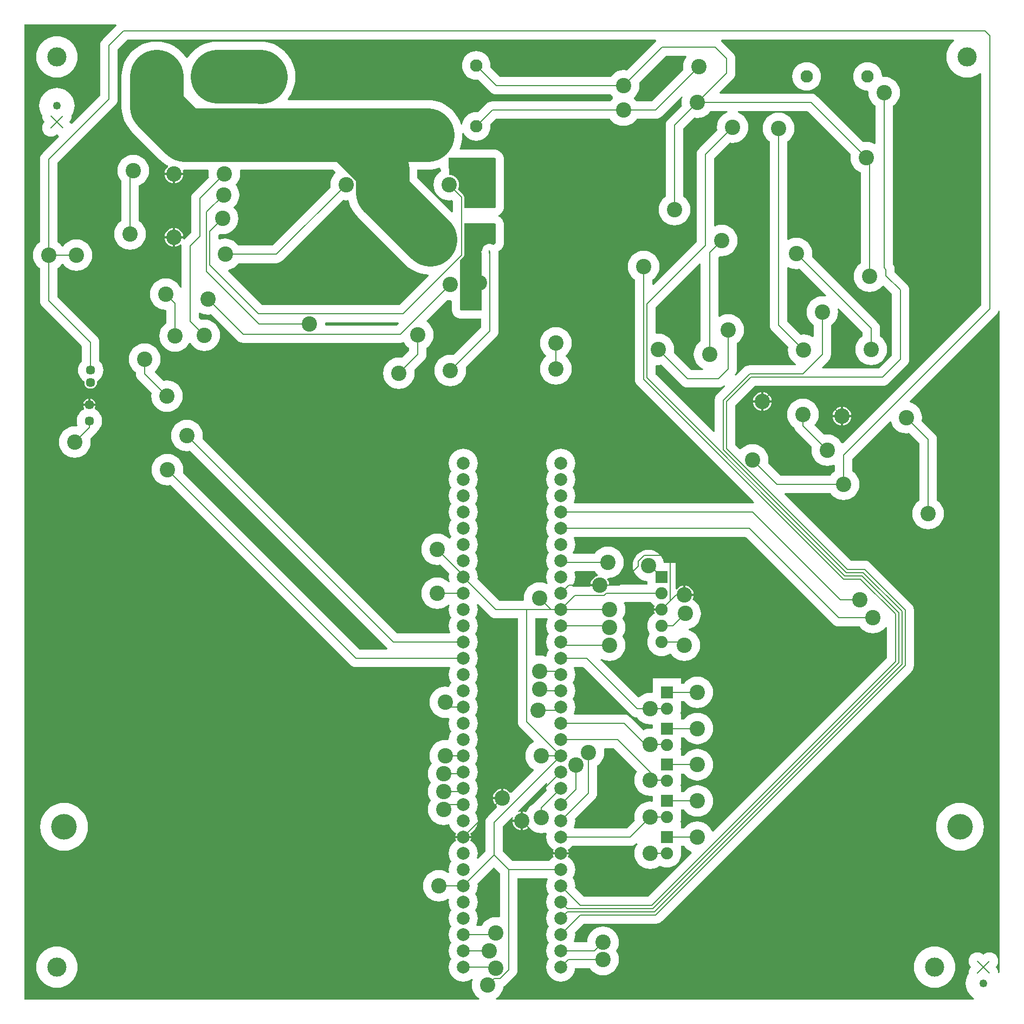
<source format=gbl>
%FSLAX25Y25*%
%MOIN*%
G70*
G01*
G75*
G04 Layer_Physical_Order=2*
G04 Layer_Color=16711680*
%ADD10R,0.04500X0.05300*%
%ADD11R,0.05118X0.10630*%
%ADD12R,0.10630X0.05118*%
%ADD13O,0.00700X0.01400*%
%ADD14O,0.01400X0.00700*%
%ADD15R,0.01772X0.04134*%
%ADD16R,0.07000X0.03000*%
%ADD17C,0.04921*%
%ADD18R,0.03000X0.04100*%
%ADD19R,0.04100X0.03000*%
%ADD20R,0.06890X0.10433*%
%ADD21R,0.10433X0.06890*%
%ADD22R,0.06299X0.03150*%
%ADD23R,0.03000X0.07000*%
G04:AMPARAMS|DCode=24|XSize=43.31mil|YSize=39.37mil|CornerRadius=0mil|HoleSize=0mil|Usage=FLASHONLY|Rotation=0.000|XOffset=0mil|YOffset=0mil|HoleType=Round|Shape=RoundedRectangle|*
%AMROUNDEDRECTD24*
21,1,0.04331,0.03937,0,0,0.0*
21,1,0.04331,0.03937,0,0,0.0*
1,1,0.00000,0.02165,-0.01969*
1,1,0.00000,-0.02165,-0.01969*
1,1,0.00000,-0.02165,0.01969*
1,1,0.00000,0.02165,0.01969*
%
%ADD24ROUNDEDRECTD24*%
G04:AMPARAMS|DCode=25|XSize=118.11mil|YSize=61.02mil|CornerRadius=0mil|HoleSize=0mil|Usage=FLASHONLY|Rotation=90.000|XOffset=0mil|YOffset=0mil|HoleType=Round|Shape=RoundedRectangle|*
%AMROUNDEDRECTD25*
21,1,0.11811,0.06102,0,0,90.0*
21,1,0.11811,0.06102,0,0,90.0*
1,1,0.00000,0.03051,0.05906*
1,1,0.00000,0.03051,-0.05906*
1,1,0.00000,-0.03051,-0.05906*
1,1,0.00000,-0.03051,0.05906*
%
%ADD25ROUNDEDRECTD25*%
%ADD26R,0.09000X0.05000*%
%ADD27R,0.10000X0.15000*%
%ADD28R,0.10236X0.13976*%
%ADD29R,0.13976X0.10236*%
%ADD30R,0.07795X0.02087*%
G04:AMPARAMS|DCode=31|XSize=20.87mil|YSize=77.95mil|CornerRadius=0mil|HoleSize=0mil|Usage=FLASHONLY|Rotation=270.000|XOffset=0mil|YOffset=0mil|HoleType=Round|Shape=Octagon|*
%AMOCTAGOND31*
4,1,8,0.03898,0.00522,0.03898,-0.00522,0.03376,-0.01043,-0.03376,-0.01043,-0.03898,-0.00522,-0.03898,0.00522,-0.03376,0.01043,0.03376,0.01043,0.03898,0.00522,0.0*
%
%ADD31OCTAGOND31*%

%ADD32R,0.07874X0.21260*%
%ADD33R,0.10300X0.06200*%
%ADD34R,0.22000X0.21400*%
%ADD35R,0.10400X0.06200*%
%ADD36R,0.21260X0.07874*%
%ADD37R,0.06200X0.10300*%
%ADD38R,0.21400X0.22000*%
%ADD39R,0.06200X0.10400*%
%ADD40R,0.19685X0.02992*%
%ADD41R,0.17716X0.34646*%
%ADD42R,0.03150X0.06299*%
%ADD43R,0.05500X0.04500*%
%ADD44C,0.05000*%
%ADD45R,0.07800X0.07000*%
%ADD46R,0.07800X0.07000*%
%ADD47R,0.05906X0.05906*%
%ADD48R,0.05906X0.05906*%
G04:AMPARAMS|DCode=49|XSize=43.31mil|YSize=39.37mil|CornerRadius=0mil|HoleSize=0mil|Usage=FLASHONLY|Rotation=90.000|XOffset=0mil|YOffset=0mil|HoleType=Round|Shape=RoundedRectangle|*
%AMROUNDEDRECTD49*
21,1,0.04331,0.03937,0,0,90.0*
21,1,0.04331,0.03937,0,0,90.0*
1,1,0.00000,0.01969,0.02165*
1,1,0.00000,0.01969,-0.02165*
1,1,0.00000,-0.01969,-0.02165*
1,1,0.00000,-0.01969,0.02165*
%
%ADD49ROUNDEDRECTD49*%
%ADD50C,0.03500*%
%ADD51C,0.00787*%
%ADD52C,0.01000*%
%ADD53R,0.19000X0.12392*%
%ADD54R,0.22666X0.07400*%
%ADD55R,0.29000X0.26000*%
%ADD56R,0.48000X0.07000*%
%ADD57R,0.11000X0.11000*%
%ADD58R,0.24969X0.14000*%
%ADD59R,0.38642X0.24252*%
%ADD60C,0.15748*%
%ADD61C,0.11811*%
%ADD62C,0.09449*%
%ADD63C,0.33000*%
%ADD64C,0.05700*%
%ADD65R,0.07500X0.07500*%
%ADD66C,0.07500*%
%ADD67C,0.07874*%
%ADD68C,0.07677*%
G36*
X-69670Y115911D02*
X-70820Y114762D01*
X-114514D01*
X-115043Y115345D01*
X-115008Y115700D01*
X-115043Y116055D01*
X-114514Y116638D01*
X-69972D01*
X-69670Y115911D01*
D02*
G37*
G36*
X208502Y219917D02*
X208494Y219891D01*
X208308Y218000D01*
X208494Y216109D01*
X209045Y214291D01*
X209941Y212615D01*
X211146Y211146D01*
X212615Y209941D01*
X214291Y209045D01*
X214639Y208940D01*
Y153072D01*
X214615Y153059D01*
X213146Y151854D01*
X211941Y150385D01*
X211045Y148709D01*
X210494Y146891D01*
X210308Y145000D01*
X210494Y143109D01*
X211045Y141291D01*
X211941Y139615D01*
X213146Y138146D01*
X214615Y136941D01*
X216291Y136045D01*
X218109Y135494D01*
X220000Y135308D01*
X221891Y135494D01*
X223709Y136045D01*
X225385Y136941D01*
X226853Y138146D01*
X227667Y139138D01*
X228699Y139219D01*
X233639Y134280D01*
Y96220D01*
X225780Y88361D01*
X190971D01*
X190670Y89088D01*
X194708Y93127D01*
X195560Y94237D01*
X196096Y95530D01*
X196278Y96917D01*
Y115011D01*
X196302Y115024D01*
X197771Y116229D01*
X198976Y117698D01*
X199872Y119374D01*
X200424Y121192D01*
X200610Y123083D01*
X200433Y124872D01*
X200804Y125202D01*
X201062Y125356D01*
X215639Y110780D01*
Y108072D01*
X215615Y108059D01*
X214146Y106853D01*
X212941Y105385D01*
X212045Y103709D01*
X211494Y101891D01*
X211308Y100000D01*
X211494Y98109D01*
X212045Y96291D01*
X212941Y94615D01*
X214146Y93147D01*
X215615Y91941D01*
X217291Y91045D01*
X219109Y90494D01*
X221000Y90308D01*
X222891Y90494D01*
X224709Y91045D01*
X226385Y91941D01*
X227853Y93147D01*
X229059Y94615D01*
X229955Y96291D01*
X230506Y98109D01*
X230692Y100000D01*
X230506Y101891D01*
X229955Y103709D01*
X229059Y105385D01*
X227853Y106853D01*
X226385Y108059D01*
X226361Y108072D01*
Y113000D01*
X226178Y114388D01*
X225643Y115680D01*
X224791Y116791D01*
X184498Y157083D01*
X184506Y157109D01*
X184692Y159000D01*
X184506Y160891D01*
X183955Y162709D01*
X183059Y164385D01*
X181853Y165854D01*
X180385Y167059D01*
X178709Y167955D01*
X176891Y168506D01*
X175000Y168692D01*
X173109Y168506D01*
X171291Y167955D01*
X170148Y167344D01*
X169361Y167816D01*
Y227928D01*
X169385Y227941D01*
X170853Y229147D01*
X172059Y230615D01*
X172955Y232291D01*
X173506Y234109D01*
X173692Y236000D01*
X173506Y237891D01*
X172955Y239709D01*
X172059Y241385D01*
X170853Y242853D01*
X169385Y244059D01*
X167709Y244955D01*
X165891Y245506D01*
X164000Y245692D01*
X162109Y245506D01*
X160291Y244955D01*
X158615Y244059D01*
X157147Y242853D01*
X155941Y241385D01*
X155045Y239709D01*
X154494Y237891D01*
X154308Y236000D01*
X154494Y234109D01*
X155045Y232291D01*
X155941Y230615D01*
X157147Y229147D01*
X158615Y227941D01*
X158639Y227928D01*
Y115000D01*
X158822Y113612D01*
X159357Y112320D01*
X160209Y111209D01*
X169902Y101517D01*
X169894Y101491D01*
X169708Y99600D01*
X169894Y97709D01*
X170445Y95891D01*
X171341Y94215D01*
X172547Y92747D01*
X174015Y91541D01*
X174809Y91117D01*
X174612Y90329D01*
X146185D01*
X144797Y90147D01*
X143504Y89611D01*
X142394Y88759D01*
X137583Y83948D01*
X136989Y84468D01*
X137643Y85320D01*
X138178Y86612D01*
X138361Y88000D01*
Y103928D01*
X138385Y103941D01*
X139854Y105147D01*
X141059Y106615D01*
X141955Y108291D01*
X142506Y110109D01*
X142692Y112000D01*
X142506Y113891D01*
X141955Y115709D01*
X141059Y117385D01*
X139854Y118853D01*
X138385Y120059D01*
X136709Y120955D01*
X134891Y121506D01*
X133000Y121692D01*
X131109Y121506D01*
X129291Y120955D01*
X127615Y120059D01*
X127573Y120024D01*
X126861Y120361D01*
Y156746D01*
X126887Y156825D01*
X127579Y157448D01*
X129000Y157308D01*
X130891Y157494D01*
X132709Y158045D01*
X134385Y158941D01*
X135854Y160146D01*
X137059Y161615D01*
X137955Y163291D01*
X138506Y165109D01*
X138692Y167000D01*
X138506Y168891D01*
X137955Y170709D01*
X137059Y172385D01*
X135854Y173854D01*
X134385Y175059D01*
X132709Y175955D01*
X130891Y176506D01*
X129000Y176692D01*
X127109Y176506D01*
X125291Y175955D01*
X125036Y175819D01*
X124361Y176223D01*
Y217779D01*
X133840Y227258D01*
X133866Y227251D01*
X135757Y227064D01*
X137648Y227251D01*
X139466Y227802D01*
X141141Y228698D01*
X142610Y229903D01*
X143816Y231372D01*
X144711Y233048D01*
X145263Y234866D01*
X145449Y236757D01*
X145263Y238648D01*
X144711Y240466D01*
X143816Y242142D01*
X142610Y243610D01*
X141141Y244816D01*
X139466Y245711D01*
X139003Y245852D01*
X139120Y246639D01*
X181780D01*
X208502Y219917D01*
D02*
G37*
G36*
X104209Y78209D02*
X105320Y77357D01*
X106613Y76822D01*
X108000Y76639D01*
X127000D01*
X128387Y76822D01*
X129680Y77357D01*
X130532Y78011D01*
X131052Y77417D01*
X126241Y72606D01*
X125389Y71496D01*
X124853Y70203D01*
X124671Y68815D01*
Y49463D01*
X123943Y49162D01*
X88361Y84744D01*
Y89883D01*
X88944Y90412D01*
X90000Y90308D01*
X91891Y90494D01*
X91917Y90502D01*
X104209Y78209D01*
D02*
G37*
G36*
X76983Y-159564D02*
X76941Y-159615D01*
X76045Y-161291D01*
X75494Y-163109D01*
X75308Y-165000D01*
X75494Y-166891D01*
X76045Y-168709D01*
X76941Y-170385D01*
X78146Y-171853D01*
X79615Y-173059D01*
X81291Y-173955D01*
X83109Y-174506D01*
X85000Y-174692D01*
X86095Y-174584D01*
X86679Y-175113D01*
Y-177687D01*
X86095Y-178216D01*
X85000Y-178108D01*
X83109Y-178294D01*
X81291Y-178845D01*
X79615Y-179741D01*
X78146Y-180947D01*
X76941Y-182415D01*
X76045Y-184091D01*
X75494Y-185909D01*
X75308Y-187800D01*
X75494Y-189691D01*
X75502Y-189717D01*
X70579Y-194639D01*
X38331D01*
X37926Y-193964D01*
X38224Y-193406D01*
X38730Y-191736D01*
X38901Y-190000D01*
X38783Y-188799D01*
X50791Y-176791D01*
X51643Y-175680D01*
X52021Y-174766D01*
X52178Y-174388D01*
X52361Y-173000D01*
Y-156072D01*
X52385Y-156059D01*
X53854Y-154853D01*
X55059Y-153385D01*
X55955Y-151709D01*
X56506Y-149891D01*
X56692Y-148000D01*
X56510Y-146148D01*
X56520Y-145927D01*
X56940Y-145361D01*
X62779D01*
X76983Y-159564D01*
D02*
G37*
G36*
X171291Y150045D02*
X173109Y149494D01*
X175000Y149308D01*
X176891Y149494D01*
X176917Y149502D01*
X193191Y133228D01*
X193036Y132970D01*
X192706Y132599D01*
X190917Y132775D01*
X189026Y132589D01*
X187208Y132037D01*
X185532Y131142D01*
X184064Y129936D01*
X182858Y128468D01*
X181963Y126792D01*
X181411Y124974D01*
X181225Y123083D01*
X181411Y121192D01*
X181963Y119374D01*
X182858Y117698D01*
X184064Y116229D01*
X185532Y115024D01*
X185556Y115011D01*
Y107947D01*
X184845Y107610D01*
X184785Y107659D01*
X183109Y108555D01*
X181291Y109106D01*
X179400Y109292D01*
X177509Y109106D01*
X177483Y109098D01*
X169361Y117220D01*
Y150184D01*
X170148Y150656D01*
X171291Y150045D01*
D02*
G37*
G36*
X-103991Y191894D02*
X-102100Y191708D01*
X-100573Y191858D01*
X-100430Y191138D01*
X-99979Y189809D01*
X-99528Y188479D01*
X-98286Y185961D01*
X-96726Y183626D01*
X-94874Y181515D01*
X-65680Y152320D01*
X-63568Y150469D01*
X-61234Y148909D01*
X-58715Y147667D01*
X-56056Y146764D01*
X-53302Y146216D01*
X-51498Y146098D01*
X-51220Y145361D01*
X-69221Y127360D01*
X-153779D01*
X-174689Y148271D01*
X-174371Y149066D01*
X-172791Y149545D01*
X-171115Y150441D01*
X-169647Y151646D01*
X-168441Y153115D01*
X-168428Y153139D01*
X-145000D01*
X-143613Y153322D01*
X-142320Y153857D01*
X-141209Y154709D01*
X-104017Y191902D01*
X-103991Y191894D01*
D02*
G37*
G36*
X116139Y152529D02*
Y105072D01*
X116115Y105059D01*
X114646Y103853D01*
X113441Y102385D01*
X112545Y100709D01*
X111994Y98891D01*
X111808Y97000D01*
X111994Y95109D01*
X112545Y93291D01*
X113441Y91615D01*
X114646Y90146D01*
X116115Y88941D01*
X117598Y88148D01*
X117401Y87361D01*
X110221D01*
X99498Y98083D01*
X99506Y98109D01*
X99692Y100000D01*
X99506Y101891D01*
X98955Y103709D01*
X98059Y105385D01*
X96854Y106853D01*
X95385Y108059D01*
X93709Y108955D01*
X91891Y109506D01*
X90000Y109692D01*
X88944Y109588D01*
X88361Y110117D01*
Y125779D01*
X115412Y152830D01*
X116139Y152529D01*
D02*
G37*
G36*
X50941Y-36385D02*
X52147Y-37854D01*
X53010Y-38562D01*
X52774Y-39388D01*
X52506Y-39423D01*
X51113Y-40000D01*
X49917Y-40917D01*
X49000Y-42113D01*
X48423Y-43506D01*
X48325Y-44250D01*
X54000D01*
Y-45750D01*
X47918D01*
X47753Y-45938D01*
X38701D01*
X37472Y-46100D01*
X37165Y-45735D01*
X37033Y-45393D01*
X37401Y-44945D01*
X38224Y-43406D01*
X38730Y-41737D01*
X38901Y-40000D01*
X38730Y-38263D01*
X38392Y-37148D01*
X38974Y-36361D01*
X50928D01*
X50941Y-36385D01*
D02*
G37*
G36*
X300000Y123823D02*
Y-283312D01*
X299213Y-283653D01*
X299082Y-283531D01*
X298928Y-282363D01*
X298393Y-281070D01*
X297572Y-280000D01*
X298393Y-278930D01*
X298928Y-277638D01*
X299111Y-276250D01*
X298928Y-274863D01*
X298393Y-273570D01*
X297541Y-272459D01*
X296430Y-271607D01*
X295138Y-271072D01*
X293750Y-270889D01*
X292362Y-271072D01*
X291070Y-271607D01*
X290000Y-272428D01*
X288930Y-271607D01*
X287637Y-271072D01*
X286250Y-270889D01*
X284862Y-271072D01*
X283570Y-271607D01*
X282459Y-272459D01*
X281607Y-273570D01*
X281072Y-274863D01*
X280889Y-276250D01*
X281072Y-277638D01*
X281607Y-278930D01*
X282428Y-280000D01*
X281607Y-281070D01*
X281072Y-282363D01*
X280889Y-283750D01*
X280932Y-284076D01*
X280323Y-285069D01*
X279671Y-286644D01*
X279273Y-288301D01*
X279140Y-290000D01*
X279273Y-291699D01*
X279671Y-293356D01*
X280323Y-294931D01*
X281214Y-296384D01*
X282321Y-297679D01*
X283616Y-298786D01*
X284320Y-299217D01*
X284098Y-300005D01*
X-9714D01*
X-9912Y-299217D01*
X-9615Y-299059D01*
X-8146Y-297853D01*
X-6941Y-296385D01*
X-6045Y-294709D01*
X-5494Y-292891D01*
X-5395Y-291887D01*
X-4710Y-291603D01*
X-3600Y-290751D01*
X1791Y-285361D01*
X2643Y-284250D01*
X3178Y-282957D01*
X3361Y-281570D01*
Y-225361D01*
X21669D01*
X22074Y-226036D01*
X21776Y-226594D01*
X21270Y-228263D01*
X21099Y-230000D01*
X21270Y-231736D01*
X21776Y-233406D01*
X22599Y-234945D01*
X22644Y-235000D01*
X22599Y-235055D01*
X21776Y-236594D01*
X21270Y-238264D01*
X21099Y-240000D01*
X21270Y-241737D01*
X21776Y-243406D01*
X22599Y-244945D01*
X22644Y-245000D01*
X22599Y-245055D01*
X21776Y-246594D01*
X21270Y-248264D01*
X21099Y-250000D01*
X21270Y-251736D01*
X21776Y-253406D01*
X22599Y-254945D01*
X22644Y-255000D01*
X22599Y-255055D01*
X21776Y-256594D01*
X21270Y-258263D01*
X21099Y-260000D01*
X21270Y-261736D01*
X21776Y-263406D01*
X22599Y-264945D01*
X22644Y-265000D01*
X22599Y-265055D01*
X21776Y-266594D01*
X21270Y-268264D01*
X21099Y-270000D01*
X21270Y-271737D01*
X21776Y-273406D01*
X22599Y-274945D01*
X22644Y-275000D01*
X22599Y-275055D01*
X21776Y-276594D01*
X21270Y-278263D01*
X21099Y-280000D01*
X21270Y-281736D01*
X21776Y-283406D01*
X22599Y-284945D01*
X23706Y-286294D01*
X25055Y-287401D01*
X26594Y-288224D01*
X28264Y-288730D01*
X30000Y-288901D01*
X31736Y-288730D01*
X33406Y-288224D01*
X34945Y-287401D01*
X36294Y-286294D01*
X37401Y-284945D01*
X38224Y-283406D01*
X38730Y-281736D01*
X38828Y-280739D01*
X47928D01*
X47941Y-280763D01*
X49147Y-282231D01*
X50615Y-283437D01*
X52291Y-284332D01*
X54109Y-284884D01*
X56000Y-285070D01*
X57891Y-284884D01*
X59709Y-284332D01*
X61385Y-283437D01*
X62854Y-282231D01*
X64059Y-280763D01*
X64955Y-279087D01*
X65506Y-277269D01*
X65692Y-275378D01*
X65506Y-273487D01*
X64955Y-271669D01*
X64096Y-270063D01*
X64955Y-268457D01*
X65506Y-266639D01*
X65692Y-264748D01*
X65506Y-262857D01*
X64955Y-261039D01*
X64059Y-259363D01*
X62854Y-257894D01*
X61385Y-256689D01*
X59709Y-255793D01*
X57891Y-255242D01*
X56000Y-255056D01*
X54109Y-255242D01*
X52291Y-255793D01*
X50615Y-256689D01*
X49147Y-257894D01*
X47941Y-259363D01*
X47045Y-261039D01*
X46494Y-262857D01*
X46318Y-264639D01*
X38331D01*
X37926Y-263964D01*
X38224Y-263406D01*
X38730Y-261736D01*
X38901Y-260000D01*
X38783Y-258799D01*
X44315Y-253266D01*
X88446D01*
X89834Y-253084D01*
X91127Y-252548D01*
X92237Y-251696D01*
X245696Y-98237D01*
X246548Y-97127D01*
X247084Y-95834D01*
X247266Y-94446D01*
Y-60336D01*
X247084Y-58949D01*
X246548Y-57656D01*
X245696Y-56545D01*
X220683Y-31532D01*
X219573Y-30680D01*
X218280Y-30145D01*
X216892Y-29962D01*
X208635D01*
X167761Y10912D01*
X168063Y11639D01*
X195928D01*
X195941Y11615D01*
X197146Y10147D01*
X198615Y8941D01*
X200291Y8045D01*
X202109Y7494D01*
X204000Y7308D01*
X205891Y7494D01*
X207709Y8045D01*
X209385Y8941D01*
X210854Y10147D01*
X212059Y11615D01*
X212955Y13291D01*
X213506Y15109D01*
X213692Y17000D01*
X213506Y18891D01*
X212955Y20709D01*
X212059Y22385D01*
X210854Y23854D01*
X209385Y25059D01*
X209361Y25072D01*
Y32779D01*
X232319Y55738D01*
X233210Y55515D01*
X233581Y54291D01*
X234476Y52615D01*
X235682Y51146D01*
X237151Y49941D01*
X238826Y49045D01*
X240645Y48494D01*
X242535Y48308D01*
X244426Y48494D01*
X244452Y48502D01*
X250639Y42315D01*
Y7072D01*
X250615Y7059D01*
X249147Y5853D01*
X247941Y4385D01*
X247045Y2709D01*
X246494Y891D01*
X246308Y-1000D01*
X246494Y-2891D01*
X247045Y-4709D01*
X247941Y-6385D01*
X249147Y-7853D01*
X250615Y-9059D01*
X252291Y-9955D01*
X254109Y-10506D01*
X256000Y-10692D01*
X257891Y-10506D01*
X259709Y-9955D01*
X261385Y-9059D01*
X262854Y-7853D01*
X264059Y-6385D01*
X264955Y-4709D01*
X265506Y-2891D01*
X265692Y-1000D01*
X265506Y891D01*
X264955Y2709D01*
X264059Y4385D01*
X262854Y5853D01*
X261385Y7059D01*
X261361Y7072D01*
Y44535D01*
X261178Y45923D01*
X260643Y47216D01*
X259791Y48326D01*
X252034Y56083D01*
X252042Y56109D01*
X252228Y58000D01*
X252042Y59891D01*
X251490Y61709D01*
X250594Y63385D01*
X249389Y64854D01*
X247920Y66059D01*
X246245Y66955D01*
X245021Y67326D01*
X244798Y68216D01*
X297791Y121209D01*
X298643Y122320D01*
X299178Y123612D01*
X299213Y123874D01*
X300000Y123823D01*
D02*
G37*
G36*
X271977Y289852D02*
X270991Y289009D01*
X269692Y287489D01*
X268648Y285784D01*
X267883Y283937D01*
X267416Y281993D01*
X267259Y280000D01*
X267416Y278007D01*
X267883Y276063D01*
X268648Y274216D01*
X269692Y272511D01*
X270991Y270991D01*
X272511Y269692D01*
X274216Y268648D01*
X276063Y267883D01*
X278007Y267416D01*
X280000Y267259D01*
X281993Y267416D01*
X283937Y267883D01*
X285784Y268648D01*
X287489Y269692D01*
X287924Y270064D01*
X288639Y269734D01*
Y127220D01*
X203597Y42178D01*
X202627Y42322D01*
X202059Y43385D01*
X200853Y44854D01*
X199385Y46059D01*
X197709Y46955D01*
X195891Y47506D01*
X194000Y47692D01*
X192109Y47506D01*
X192083Y47498D01*
X186116Y53466D01*
X187059Y54615D01*
X187955Y56291D01*
X188506Y58109D01*
X188692Y60000D01*
X188506Y61891D01*
X187955Y63709D01*
X187059Y65385D01*
X185854Y66853D01*
X184385Y68059D01*
X182709Y68955D01*
X180891Y69506D01*
X179000Y69692D01*
X177109Y69506D01*
X175291Y68955D01*
X173615Y68059D01*
X172146Y66853D01*
X170941Y65385D01*
X170045Y63709D01*
X169494Y61891D01*
X169308Y60000D01*
X169494Y58109D01*
X170045Y56291D01*
X170941Y54615D01*
X172146Y53146D01*
X173615Y51941D01*
X173791Y51847D01*
X173822Y51613D01*
X174357Y50320D01*
X175209Y49209D01*
X184502Y39917D01*
X184494Y39891D01*
X184308Y38000D01*
X184494Y36109D01*
X185045Y34291D01*
X185941Y32615D01*
X187146Y31146D01*
X188615Y29941D01*
X190291Y29045D01*
X192109Y28494D01*
X194000Y28308D01*
X195891Y28494D01*
X197709Y29045D01*
X197964Y29182D01*
X198639Y28777D01*
Y25072D01*
X198615Y25059D01*
X197146Y23854D01*
X195941Y22385D01*
X195928Y22361D01*
X165220D01*
X157498Y30083D01*
X157506Y30109D01*
X157692Y32000D01*
X157506Y33891D01*
X156955Y35709D01*
X156059Y37385D01*
X154853Y38854D01*
X153385Y40059D01*
X151709Y40955D01*
X149891Y41506D01*
X148000Y41692D01*
X146109Y41506D01*
X144291Y40955D01*
X142615Y40059D01*
X141147Y38854D01*
X140920Y38578D01*
X140134Y38539D01*
X137361Y41312D01*
Y65780D01*
X149221Y77639D01*
X228000D01*
X229387Y77822D01*
X230680Y78357D01*
X231791Y79209D01*
X242791Y90209D01*
X243643Y91320D01*
X244178Y92612D01*
X244361Y94000D01*
Y136500D01*
X244178Y137888D01*
X244021Y138266D01*
X243643Y139180D01*
X242791Y140291D01*
X235400Y147681D01*
Y149158D01*
X235218Y150546D01*
X234682Y151839D01*
X234361Y152257D01*
Y249928D01*
X234385Y249941D01*
X235854Y251147D01*
X237059Y252615D01*
X237955Y254291D01*
X238506Y256109D01*
X238692Y258000D01*
X238506Y259891D01*
X237955Y261709D01*
X237059Y263385D01*
X235854Y264854D01*
X234385Y266059D01*
X232709Y266955D01*
X230891Y267506D01*
X229000Y267692D01*
X228185Y267612D01*
X227509Y268337D01*
X227373Y269717D01*
X226872Y271369D01*
X226059Y272890D01*
X224964Y274224D01*
X223630Y275319D01*
X222109Y276132D01*
X220457Y276633D01*
X218740Y276802D01*
X217023Y276633D01*
X215372Y276132D01*
X213850Y275319D01*
X212516Y274224D01*
X211421Y272890D01*
X210608Y271369D01*
X210107Y269717D01*
X209938Y268000D01*
X210107Y266283D01*
X210608Y264632D01*
X211421Y263110D01*
X212516Y261776D01*
X213850Y260681D01*
X215372Y259868D01*
X217023Y259367D01*
X218635Y259208D01*
X218948Y259072D01*
X219372Y258648D01*
X219308Y258000D01*
X219494Y256109D01*
X220045Y254291D01*
X220941Y252615D01*
X222147Y251147D01*
X223615Y249941D01*
X223639Y249928D01*
Y226816D01*
X222852Y226344D01*
X221709Y226955D01*
X219891Y227506D01*
X218000Y227692D01*
X216109Y227506D01*
X216083Y227498D01*
X187791Y255791D01*
X186680Y256643D01*
X185388Y257178D01*
X184000Y257361D01*
X127971D01*
X127670Y258088D01*
X135791Y266209D01*
X136643Y267320D01*
X137178Y268613D01*
X137361Y270000D01*
Y279000D01*
X137178Y280387D01*
X137021Y280766D01*
X136643Y281680D01*
X135791Y282791D01*
X128791Y289791D01*
X128657Y289894D01*
X128910Y290639D01*
X271687D01*
X271977Y289852D01*
D02*
G37*
G36*
X73209Y-124791D02*
X74320Y-125643D01*
X75612Y-126178D01*
X76923Y-126351D01*
X76941Y-126385D01*
X78146Y-127854D01*
X79615Y-129059D01*
X81291Y-129955D01*
X83109Y-130506D01*
X85000Y-130692D01*
X86095Y-130585D01*
X86679Y-131113D01*
Y-132887D01*
X86095Y-133415D01*
X85000Y-133308D01*
X83109Y-133494D01*
X81291Y-134045D01*
X80858Y-134277D01*
X72791Y-126209D01*
X71680Y-125357D01*
X70388Y-124822D01*
X69000Y-124639D01*
X38331D01*
X37926Y-123964D01*
X38224Y-123406D01*
X38730Y-121737D01*
X38901Y-120000D01*
X38730Y-118263D01*
X38224Y-116594D01*
X37401Y-115055D01*
X37356Y-115000D01*
X37401Y-114945D01*
X38224Y-113406D01*
X38730Y-111737D01*
X38901Y-110000D01*
X38730Y-108264D01*
X38224Y-106594D01*
X37401Y-105055D01*
X37356Y-105000D01*
X37401Y-104945D01*
X38224Y-103406D01*
X38730Y-101736D01*
X38901Y-100000D01*
X38730Y-98264D01*
X38224Y-96594D01*
X37926Y-96036D01*
X38331Y-95361D01*
X43780D01*
X73209Y-124791D01*
D02*
G37*
G36*
X197209Y-68791D02*
X198320Y-69643D01*
X199612Y-70178D01*
X201000Y-70361D01*
X213928D01*
X213941Y-70385D01*
X215146Y-71854D01*
X216615Y-73059D01*
X218291Y-73955D01*
X220109Y-74506D01*
X222000Y-74692D01*
X223891Y-74506D01*
X225709Y-73955D01*
X227385Y-73059D01*
X228854Y-71854D01*
X229852Y-70637D01*
X230639Y-70919D01*
Y-89779D01*
X123746Y-196673D01*
X122982Y-196481D01*
X122955Y-196391D01*
X122059Y-194715D01*
X120854Y-193246D01*
X119385Y-192041D01*
X117709Y-191145D01*
X115891Y-190594D01*
X114000Y-190408D01*
X112109Y-190594D01*
X110291Y-191145D01*
X108615Y-192041D01*
X107147Y-193246D01*
X105941Y-194715D01*
X105928Y-194739D01*
X104021D01*
Y-191429D01*
X104021D01*
X103550Y-190641D01*
X103896Y-189500D01*
X104063Y-187800D01*
X103941Y-186560D01*
X104021Y-186471D01*
X104021D01*
Y-183161D01*
X105928D01*
X105941Y-183185D01*
X107147Y-184653D01*
X108615Y-185859D01*
X110291Y-186755D01*
X112109Y-187306D01*
X114000Y-187492D01*
X115891Y-187306D01*
X117709Y-186755D01*
X119385Y-185859D01*
X120854Y-184653D01*
X122059Y-183185D01*
X122955Y-181509D01*
X123506Y-179691D01*
X123692Y-177800D01*
X123506Y-175909D01*
X122955Y-174091D01*
X122059Y-172415D01*
X120854Y-170947D01*
X119385Y-169741D01*
X117709Y-168845D01*
X115891Y-168294D01*
X114000Y-168108D01*
X112109Y-168294D01*
X110291Y-168845D01*
X108615Y-169741D01*
X107147Y-170947D01*
X105941Y-172415D01*
X105928Y-172439D01*
X104021D01*
Y-169129D01*
X104021D01*
X103550Y-168341D01*
X103896Y-167200D01*
X104063Y-165500D01*
X103941Y-164260D01*
X104021Y-164171D01*
X104021D01*
Y-160861D01*
X105928D01*
X105941Y-160885D01*
X107147Y-162354D01*
X108615Y-163559D01*
X110291Y-164455D01*
X112109Y-165006D01*
X114000Y-165192D01*
X115891Y-165006D01*
X117709Y-164455D01*
X119385Y-163559D01*
X120854Y-162354D01*
X122059Y-160885D01*
X122955Y-159209D01*
X123506Y-157391D01*
X123692Y-155500D01*
X123506Y-153609D01*
X122955Y-151791D01*
X122059Y-150115D01*
X120854Y-148646D01*
X119385Y-147441D01*
X117709Y-146545D01*
X115891Y-145994D01*
X114000Y-145808D01*
X112109Y-145994D01*
X110291Y-146545D01*
X108615Y-147441D01*
X107147Y-148646D01*
X105941Y-150115D01*
X105928Y-150139D01*
X104021D01*
Y-146829D01*
X104021D01*
X103550Y-146041D01*
X103896Y-144900D01*
X104063Y-143200D01*
X103941Y-141960D01*
X104021Y-141871D01*
X104021D01*
Y-138561D01*
X105928D01*
X105941Y-138585D01*
X107147Y-140053D01*
X108615Y-141259D01*
X110291Y-142155D01*
X112109Y-142706D01*
X114000Y-142892D01*
X115891Y-142706D01*
X117709Y-142155D01*
X119385Y-141259D01*
X120854Y-140053D01*
X122059Y-138585D01*
X122955Y-136909D01*
X123506Y-135091D01*
X123692Y-133200D01*
X123506Y-131309D01*
X122955Y-129491D01*
X122059Y-127815D01*
X120854Y-126347D01*
X119385Y-125141D01*
X117709Y-124245D01*
X115891Y-123694D01*
X114000Y-123508D01*
X112109Y-123694D01*
X110291Y-124245D01*
X108615Y-125141D01*
X107147Y-126347D01*
X105941Y-127815D01*
X105928Y-127839D01*
X104021D01*
Y-124529D01*
X104021D01*
X103550Y-123741D01*
X103896Y-122600D01*
X104063Y-120900D01*
X103941Y-119660D01*
X104021Y-119571D01*
X104021D01*
Y-116261D01*
X105928D01*
X105941Y-116285D01*
X107147Y-117754D01*
X108615Y-118959D01*
X110291Y-119855D01*
X112109Y-120406D01*
X114000Y-120592D01*
X115891Y-120406D01*
X117709Y-119855D01*
X119385Y-118959D01*
X120854Y-117754D01*
X122059Y-116285D01*
X122955Y-114609D01*
X123506Y-112791D01*
X123692Y-110900D01*
X123506Y-109009D01*
X122955Y-107191D01*
X122059Y-105515D01*
X120854Y-104046D01*
X119385Y-102841D01*
X117709Y-101945D01*
X115891Y-101394D01*
X114000Y-101208D01*
X112109Y-101394D01*
X110291Y-101945D01*
X108615Y-102841D01*
X107147Y-104046D01*
X105941Y-105515D01*
X105928Y-105539D01*
X104021D01*
Y-102229D01*
X86679D01*
Y-110887D01*
X86095Y-111416D01*
X85000Y-111308D01*
X83109Y-111494D01*
X81291Y-112045D01*
X79615Y-112941D01*
X78146Y-114146D01*
X77747Y-114166D01*
X54439Y-90857D01*
X54913Y-90218D01*
X56291Y-90955D01*
X58109Y-91506D01*
X60000Y-91692D01*
X61891Y-91506D01*
X63709Y-90955D01*
X65385Y-90059D01*
X66853Y-88854D01*
X68059Y-87385D01*
X68955Y-85709D01*
X69506Y-83891D01*
X69692Y-82000D01*
X69506Y-80109D01*
X68955Y-78291D01*
X68059Y-76615D01*
X67964Y-76500D01*
X68059Y-76385D01*
X68955Y-74709D01*
X69506Y-72891D01*
X69692Y-71000D01*
X69506Y-69109D01*
X68955Y-67291D01*
X68059Y-65615D01*
X67964Y-65500D01*
X68059Y-65385D01*
X68955Y-63709D01*
X69506Y-61891D01*
X69692Y-60000D01*
X69506Y-58109D01*
X68955Y-56291D01*
X68818Y-56036D01*
X69223Y-55361D01*
X85182D01*
X85839Y-56161D01*
X87159Y-57245D01*
X87848Y-57613D01*
X87372Y-58760D01*
X87308Y-59250D01*
X92000D01*
Y-60750D01*
X87308D01*
X87372Y-61240D01*
X87848Y-62387D01*
X87159Y-62755D01*
X85839Y-63839D01*
X84755Y-65159D01*
X83950Y-66666D01*
X83454Y-68300D01*
X83287Y-70000D01*
X83454Y-71700D01*
X83950Y-73334D01*
X84755Y-74841D01*
X84886Y-75000D01*
X84755Y-75159D01*
X83950Y-76666D01*
X83454Y-78300D01*
X83287Y-80000D01*
X83454Y-81700D01*
X83950Y-83334D01*
X84755Y-84841D01*
X85839Y-86161D01*
X87159Y-87245D01*
X88666Y-88050D01*
X90300Y-88546D01*
X92000Y-88713D01*
X93700Y-88546D01*
X95334Y-88050D01*
X96841Y-87245D01*
X97074Y-87054D01*
X97846Y-87207D01*
X97941Y-87385D01*
X99146Y-88854D01*
X100615Y-90059D01*
X102291Y-90955D01*
X104109Y-91506D01*
X106000Y-91692D01*
X107891Y-91506D01*
X109709Y-90955D01*
X111385Y-90059D01*
X112854Y-88854D01*
X114059Y-87385D01*
X114955Y-85709D01*
X115506Y-83891D01*
X115692Y-82000D01*
X115506Y-80109D01*
X114955Y-78291D01*
X114059Y-76615D01*
X112854Y-75147D01*
X111385Y-73941D01*
X109709Y-73045D01*
X108693Y-72737D01*
Y-71914D01*
X110209Y-71455D01*
X111885Y-70559D01*
X113354Y-69353D01*
X114559Y-67885D01*
X115455Y-66209D01*
X116006Y-64391D01*
X116192Y-62500D01*
X116006Y-60609D01*
X115455Y-58791D01*
X114559Y-57115D01*
X113354Y-55647D01*
X111885Y-54441D01*
X111020Y-53979D01*
X111000Y-53887D01*
X111577Y-52494D01*
X111675Y-51750D01*
X106000D01*
Y-51000D01*
X105250D01*
Y-45325D01*
X104506Y-45423D01*
X103113Y-46000D01*
X101917Y-46917D01*
X101459Y-47515D01*
X100671Y-47248D01*
Y-31329D01*
X93481D01*
X93455Y-31058D01*
X92903Y-29239D01*
X92007Y-27564D01*
X90802Y-26095D01*
X89333Y-24890D01*
X87657Y-23994D01*
X85839Y-23442D01*
X83948Y-23256D01*
X82057Y-23442D01*
X80239Y-23994D01*
X78564Y-24890D01*
X77095Y-26095D01*
X75889Y-27564D01*
X74994Y-29239D01*
X74442Y-31058D01*
X74256Y-32948D01*
X74442Y-34839D01*
X74994Y-36658D01*
X75889Y-38333D01*
X77095Y-39802D01*
X78564Y-41007D01*
X80239Y-41903D01*
X82057Y-42455D01*
X83329Y-42580D01*
Y-44639D01*
X59726D01*
X59577Y-43506D01*
X59000Y-42113D01*
X58478Y-41432D01*
X58895Y-40682D01*
X59000Y-40692D01*
X60891Y-40506D01*
X62709Y-39955D01*
X64385Y-39059D01*
X65854Y-37854D01*
X67059Y-36385D01*
X67955Y-34709D01*
X68506Y-32891D01*
X68692Y-31000D01*
X68506Y-29109D01*
X67955Y-27291D01*
X67059Y-25615D01*
X65854Y-24146D01*
X64385Y-22941D01*
X62709Y-22045D01*
X60891Y-21494D01*
X59000Y-21308D01*
X57109Y-21494D01*
X55291Y-22045D01*
X53615Y-22941D01*
X52147Y-24146D01*
X50941Y-25615D01*
X50928Y-25639D01*
X37713D01*
X37401Y-25055D01*
X37356Y-25000D01*
X37401Y-24945D01*
X38224Y-23406D01*
X38730Y-21736D01*
X38901Y-20000D01*
X38730Y-18263D01*
X38224Y-16594D01*
X37926Y-16036D01*
X38331Y-15361D01*
X143780D01*
X197209Y-68791D01*
D02*
G37*
G36*
X22074Y-66036D02*
X21776Y-66594D01*
X21270Y-68264D01*
X21099Y-70000D01*
X21270Y-71737D01*
X21776Y-73406D01*
X22599Y-74945D01*
X22644Y-75000D01*
X22599Y-75055D01*
X21776Y-76594D01*
X21270Y-78263D01*
X21099Y-80000D01*
X21270Y-81736D01*
X21776Y-83406D01*
X22599Y-84945D01*
X22644Y-85000D01*
X22599Y-85055D01*
X21776Y-86594D01*
X21270Y-88263D01*
X21242Y-88542D01*
X20411Y-88955D01*
X18891Y-88494D01*
X17000Y-88308D01*
X15148Y-88490D01*
X14927Y-88480D01*
X14361Y-88060D01*
Y-65361D01*
X21669D01*
X22074Y-66036D01*
D02*
G37*
G36*
X-11018Y217999D02*
X-10735D01*
X-10703Y217991D01*
X-10513Y217835D01*
X-10446Y217794D01*
X-10080Y217494D01*
X-10010Y217424D01*
X-10000Y217325D01*
Y187976D01*
X-10001Y187972D01*
Y187651D01*
X-10005Y187645D01*
X-10422Y187225D01*
X-10667Y187037D01*
X-10673Y187032D01*
X-10679Y187028D01*
X-10716Y187000D01*
X-29394D01*
Y193800D01*
X-29517Y194414D01*
X-29865Y194935D01*
X-29865Y194935D01*
X-33445Y198516D01*
X-33118Y199129D01*
X-32780Y200242D01*
X-32666Y201400D01*
X-32780Y202558D01*
X-33118Y203671D01*
X-33666Y204697D01*
X-34404Y205596D01*
X-35303Y206334D01*
X-36329Y206882D01*
X-37442Y207220D01*
X-38274Y207302D01*
X-38346Y207342D01*
X-38646Y207678D01*
X-38715Y207811D01*
X-38786Y208107D01*
X-38757Y208167D01*
X-38744Y208233D01*
X-38716Y208295D01*
X-38664Y208612D01*
X-38570Y208918D01*
X-38561Y209181D01*
X-38511Y209439D01*
X-38516Y209507D01*
X-38505Y209574D01*
X-38536Y209893D01*
X-38525Y210213D01*
X-38584Y210469D01*
X-38603Y210732D01*
X-38625Y210796D01*
X-38632Y210863D01*
X-38744Y211162D01*
X-38744Y211163D01*
X-38745Y211164D01*
X-38745Y211166D01*
X-38745Y211166D01*
X-38746Y211171D01*
X-38746Y211171D01*
X-38817Y211476D01*
X-38898Y211692D01*
X-38907Y211710D01*
X-38912Y211730D01*
X-38929Y211776D01*
X-38930Y211780D01*
X-38930Y211782D01*
X-38931Y211782D01*
X-38931Y211784D01*
X-38932Y211785D01*
X-38959Y211836D01*
X-38969Y211880D01*
X-38969Y211934D01*
X-38971Y211947D01*
X-39000Y212056D01*
Y218000D01*
X-11023D01*
X-11018Y217999D01*
D02*
G37*
G36*
X-44241Y211651D02*
X-43892Y211300D01*
X-43890Y211287D01*
X-43837Y211087D01*
X-43805Y210759D01*
X-43799Y210732D01*
X-43795Y210723D01*
X-43795Y210715D01*
X-43772Y210655D01*
X-43764Y210593D01*
X-43760Y210583D01*
X-43757Y210564D01*
X-43754Y210554D01*
X-43631Y210256D01*
X-43585Y210056D01*
X-43584Y210055D01*
X-43582Y210051D01*
X-43581Y210046D01*
X-43580Y210045D01*
X-43579Y210040D01*
X-43561Y209990D01*
X-43560Y209982D01*
X-43560Y209982D01*
X-43547Y209952D01*
X-43466Y209736D01*
X-43466Y209736D01*
X-43985Y209459D01*
X-45454Y208254D01*
X-46659Y206785D01*
X-47555Y205109D01*
X-48106Y203291D01*
X-48292Y201400D01*
X-48106Y199509D01*
X-47555Y197691D01*
X-46659Y196015D01*
X-45454Y194546D01*
X-43985Y193341D01*
X-42309Y192445D01*
X-40491Y191894D01*
X-38600Y191708D01*
X-37031Y191862D01*
X-36390Y191282D01*
X-36361Y191225D01*
Y184749D01*
X-37088Y184448D01*
X-58227Y205587D01*
Y210533D01*
X-52000D01*
X-49198Y210716D01*
X-46444Y211264D01*
X-44730Y211846D01*
X-44241Y211651D01*
D02*
G37*
G36*
X-243373Y299208D02*
X-251791Y290791D01*
X-252643Y289680D01*
X-253178Y288387D01*
X-253361Y287000D01*
Y256221D01*
X-270826Y238755D01*
X-271344Y238858D01*
X-271676Y239019D01*
X-272428Y240000D01*
X-271607Y241070D01*
X-271072Y242362D01*
X-270889Y243750D01*
X-270932Y244076D01*
X-270323Y245070D01*
X-269671Y246644D01*
X-269273Y248301D01*
X-269140Y250000D01*
X-269273Y251699D01*
X-269671Y253356D01*
X-270323Y254930D01*
X-271214Y256383D01*
X-272321Y257679D01*
X-273617Y258786D01*
X-275069Y259677D01*
X-276644Y260329D01*
X-278301Y260727D01*
X-280000Y260860D01*
X-281699Y260727D01*
X-283356Y260329D01*
X-284930Y259677D01*
X-286384Y258786D01*
X-287679Y257679D01*
X-288786Y256383D01*
X-289677Y254930D01*
X-290329Y253356D01*
X-290727Y251699D01*
X-290860Y250000D01*
X-290727Y248301D01*
X-290329Y246644D01*
X-289677Y245070D01*
X-289068Y244076D01*
X-289111Y243750D01*
X-288928Y242362D01*
X-288393Y241070D01*
X-287572Y240000D01*
X-288393Y238930D01*
X-288928Y237637D01*
X-289111Y236250D01*
X-288928Y234862D01*
X-288393Y233570D01*
X-287541Y232459D01*
X-286430Y231607D01*
X-285138Y231072D01*
X-283750Y230889D01*
X-282363Y231072D01*
X-281070Y231607D01*
X-280000Y232428D01*
X-279019Y231676D01*
X-278858Y231344D01*
X-278755Y230826D01*
X-288791Y220791D01*
X-289643Y219680D01*
X-290178Y218388D01*
X-290361Y217000D01*
Y166072D01*
X-290385Y166059D01*
X-291853Y164854D01*
X-293059Y163385D01*
X-293955Y161709D01*
X-294506Y159891D01*
X-294692Y158000D01*
X-294506Y156109D01*
X-293955Y154291D01*
X-293059Y152615D01*
X-291853Y151146D01*
X-290385Y149941D01*
X-290361Y149928D01*
Y130000D01*
X-290178Y128612D01*
X-289643Y127320D01*
X-288791Y126209D01*
X-264611Y102030D01*
Y92904D01*
X-264772Y92772D01*
X-265743Y91588D01*
X-266464Y90238D01*
X-266909Y88773D01*
X-267059Y87250D01*
X-266909Y85727D01*
X-266464Y84262D01*
X-265743Y82912D01*
X-264772Y81728D01*
X-263588Y80757D01*
X-263039Y80464D01*
X-263133Y79750D01*
X-263001Y78745D01*
X-262613Y77808D01*
X-261996Y77004D01*
X-261192Y76387D01*
X-260255Y75999D01*
X-259250Y75867D01*
X-258245Y75999D01*
X-257308Y76387D01*
X-256504Y77004D01*
X-255887Y77808D01*
X-255499Y78745D01*
X-255367Y79750D01*
X-255461Y80464D01*
X-254912Y80757D01*
X-253728Y81728D01*
X-252757Y82912D01*
X-252035Y84262D01*
X-251591Y85727D01*
X-251441Y87250D01*
X-251591Y88773D01*
X-252035Y90238D01*
X-252757Y91588D01*
X-253728Y92772D01*
X-253889Y92904D01*
Y104250D01*
X-254072Y105638D01*
X-254607Y106930D01*
X-255459Y108041D01*
X-279639Y132220D01*
Y149928D01*
X-279615Y149941D01*
X-278147Y151146D01*
X-276941Y152615D01*
X-276928Y152639D01*
X-276072D01*
X-276059Y152615D01*
X-274853Y151146D01*
X-273385Y149941D01*
X-271709Y149045D01*
X-269891Y148494D01*
X-268000Y148308D01*
X-266109Y148494D01*
X-264291Y149045D01*
X-262615Y149941D01*
X-261146Y151146D01*
X-259941Y152615D01*
X-259045Y154291D01*
X-258494Y156109D01*
X-258308Y158000D01*
X-258494Y159891D01*
X-259045Y161709D01*
X-259941Y163385D01*
X-261146Y164854D01*
X-262615Y166059D01*
X-264291Y166955D01*
X-266109Y167506D01*
X-268000Y167692D01*
X-269891Y167506D01*
X-271709Y166955D01*
X-273385Y166059D01*
X-274853Y164854D01*
X-276059Y163385D01*
X-276072Y163361D01*
X-276928D01*
X-276941Y163385D01*
X-278147Y164854D01*
X-279615Y166059D01*
X-279639Y166072D01*
Y214779D01*
X-244209Y250209D01*
X-243357Y251320D01*
X-242822Y252612D01*
X-242639Y254000D01*
Y284780D01*
X-236779Y290639D01*
X88490D01*
X88743Y289894D01*
X88609Y289791D01*
X70617Y271798D01*
X70591Y271806D01*
X68700Y271992D01*
X66809Y271806D01*
X64991Y271254D01*
X63315Y270359D01*
X61847Y269153D01*
X60641Y267685D01*
X60628Y267661D01*
X-7339D01*
X-13307Y273629D01*
X-13198Y274740D01*
X-13367Y276457D01*
X-13868Y278109D01*
X-14681Y279630D01*
X-15776Y280964D01*
X-17110Y282059D01*
X-18632Y282872D01*
X-20283Y283373D01*
X-22000Y283542D01*
X-23717Y283373D01*
X-25368Y282872D01*
X-26890Y282059D01*
X-28224Y280964D01*
X-29319Y279630D01*
X-30132Y278109D01*
X-30633Y276457D01*
X-30802Y274740D01*
X-30633Y273023D01*
X-30132Y271372D01*
X-29319Y269850D01*
X-28224Y268516D01*
X-26890Y267421D01*
X-25368Y266608D01*
X-23717Y266107D01*
X-22000Y265938D01*
X-20889Y266047D01*
X-13351Y258509D01*
X-12240Y257657D01*
X-10947Y257122D01*
X-9560Y256939D01*
X60628D01*
X60641Y256915D01*
X61847Y255446D01*
X62115Y255226D01*
Y254438D01*
X61646Y254053D01*
X60441Y252585D01*
X60428Y252561D01*
X-12060D01*
X-13447Y252378D01*
X-14740Y251843D01*
X-15851Y250991D01*
X-20889Y245953D01*
X-22000Y246062D01*
X-23717Y245893D01*
X-25368Y245392D01*
X-26890Y244579D01*
X-28224Y243484D01*
X-29319Y242150D01*
X-30132Y240628D01*
X-30633Y238977D01*
X-30696Y238333D01*
X-31497Y238241D01*
X-32167Y240215D01*
X-33409Y242734D01*
X-34969Y245068D01*
X-36820Y247180D01*
X-38932Y249031D01*
X-41266Y250591D01*
X-43785Y251833D01*
X-46444Y252736D01*
X-49198Y253284D01*
X-52000Y253467D01*
X-137775D01*
X-138100Y254185D01*
X-137693Y254648D01*
X-136133Y256983D01*
X-134891Y259501D01*
X-133989Y262160D01*
X-133441Y264914D01*
X-133257Y267717D01*
X-133441Y270519D01*
X-133989Y273273D01*
X-134891Y275932D01*
X-136133Y278450D01*
X-137693Y280785D01*
X-139545Y282896D01*
X-139828Y283180D01*
X-141939Y285031D01*
X-144274Y286591D01*
X-146793Y287833D01*
X-148122Y288284D01*
X-149452Y288736D01*
X-152206Y289284D01*
X-155008Y289467D01*
X-155008Y289467D01*
X-181260D01*
X-184062Y289284D01*
X-186816Y288736D01*
X-189475Y287833D01*
X-191993Y286591D01*
X-194328Y285031D01*
X-196440Y283180D01*
X-198291Y281068D01*
X-199527Y279219D01*
X-200473D01*
X-201709Y281068D01*
X-203560Y283180D01*
X-205672Y285031D01*
X-208007Y286591D01*
X-210525Y287833D01*
X-213184Y288736D01*
X-215938Y289284D01*
X-218740Y289467D01*
X-221542Y289284D01*
X-224296Y288736D01*
X-226955Y287833D01*
X-229474Y286591D01*
X-231809Y285031D01*
X-233920Y283180D01*
X-235771Y281068D01*
X-237331Y278734D01*
X-238573Y276215D01*
X-239476Y273556D01*
X-240024Y270802D01*
X-240207Y268000D01*
Y249240D01*
X-240207Y249240D01*
X-240024Y246438D01*
X-239476Y243684D01*
X-239025Y242354D01*
X-238573Y241025D01*
X-237331Y238507D01*
X-235771Y236172D01*
X-233920Y234061D01*
X-216680Y216820D01*
X-216680Y216820D01*
X-214568Y214969D01*
X-212234Y213409D01*
X-211758Y213174D01*
X-211681Y212391D01*
X-212083Y212083D01*
X-213000Y210887D01*
X-213577Y209494D01*
X-213675Y208750D01*
X-202325D01*
X-202423Y209494D01*
X-202606Y209935D01*
X-202147Y210575D01*
X-201500Y210533D01*
X-201500Y210533D01*
X-186972D01*
X-186759Y210245D01*
X-186521Y209745D01*
X-186692Y208000D01*
X-186506Y206109D01*
X-186498Y206083D01*
X-195791Y196791D01*
X-196643Y195680D01*
X-197178Y194387D01*
X-197361Y193000D01*
Y172020D01*
X-201591Y167790D01*
X-202337Y168158D01*
X-202325Y168250D01*
X-207250D01*
Y163325D01*
X-206506Y163423D01*
X-205113Y164000D01*
X-204018Y164840D01*
X-203653Y164731D01*
X-203274Y164463D01*
X-203361Y163800D01*
Y138099D01*
X-204148Y137901D01*
X-204941Y139385D01*
X-206147Y140854D01*
X-207615Y142059D01*
X-209291Y142955D01*
X-211109Y143506D01*
X-213000Y143692D01*
X-214891Y143506D01*
X-216709Y142955D01*
X-218385Y142059D01*
X-219853Y140854D01*
X-221059Y139385D01*
X-221955Y137709D01*
X-222506Y135891D01*
X-222692Y134000D01*
X-222506Y132109D01*
X-221955Y130291D01*
X-221059Y128615D01*
X-219853Y127146D01*
X-218385Y125941D01*
X-216709Y125045D01*
X-214891Y124494D01*
X-213000Y124308D01*
X-212621Y123964D01*
Y116332D01*
X-212645Y116319D01*
X-214113Y115113D01*
X-215319Y113645D01*
X-216214Y111969D01*
X-216766Y110151D01*
X-216952Y108260D01*
X-216766Y106369D01*
X-216214Y104551D01*
X-215319Y102875D01*
X-214113Y101406D01*
X-212645Y100201D01*
X-210969Y99305D01*
X-209151Y98754D01*
X-207260Y98567D01*
X-205369Y98754D01*
X-203551Y99305D01*
X-201875Y100201D01*
X-200406Y101406D01*
X-199201Y102875D01*
X-198578Y104041D01*
X-197685D01*
X-197319Y103355D01*
X-196113Y101887D01*
X-194645Y100681D01*
X-192969Y99786D01*
X-191151Y99234D01*
X-189260Y99048D01*
X-187369Y99234D01*
X-185551Y99786D01*
X-183875Y100681D01*
X-182406Y101887D01*
X-181201Y103355D01*
X-180305Y105031D01*
X-179754Y106849D01*
X-179568Y108740D01*
X-179754Y110631D01*
X-180305Y112449D01*
X-181201Y114125D01*
X-182406Y115594D01*
X-183875Y116799D01*
X-185551Y117695D01*
X-187369Y118246D01*
X-189260Y118432D01*
X-191151Y118246D01*
X-191177Y118238D01*
X-192639Y119701D01*
Y122184D01*
X-191852Y122656D01*
X-190709Y122045D01*
X-188891Y121494D01*
X-187000Y121308D01*
X-185109Y121494D01*
X-185083Y121502D01*
X-169192Y105610D01*
X-168081Y104758D01*
X-166788Y104223D01*
X-165401Y104040D01*
X-68599D01*
X-67212Y104223D01*
X-66534Y104503D01*
X-66059Y103615D01*
X-64854Y102146D01*
X-63385Y100941D01*
X-63361Y100928D01*
Y99221D01*
X-67730Y94851D01*
X-67756Y94859D01*
X-69647Y95046D01*
X-71538Y94859D01*
X-73356Y94308D01*
X-75032Y93412D01*
X-76500Y92207D01*
X-77706Y90738D01*
X-78601Y89062D01*
X-79153Y87244D01*
X-79339Y85353D01*
X-79153Y83462D01*
X-78601Y81644D01*
X-77706Y79968D01*
X-76500Y78500D01*
X-75032Y77294D01*
X-73356Y76399D01*
X-71538Y75847D01*
X-69647Y75661D01*
X-67756Y75847D01*
X-65938Y76399D01*
X-64262Y77294D01*
X-62793Y78500D01*
X-61588Y79968D01*
X-60692Y81644D01*
X-60141Y83462D01*
X-59955Y85353D01*
X-60141Y87244D01*
X-60149Y87270D01*
X-54209Y93209D01*
X-53357Y94320D01*
X-52822Y95613D01*
X-52639Y97000D01*
Y100928D01*
X-52615Y100941D01*
X-51146Y102146D01*
X-49941Y103615D01*
X-49045Y105291D01*
X-48494Y107109D01*
X-48308Y109000D01*
X-48494Y110891D01*
X-49045Y112709D01*
X-49941Y114385D01*
X-51146Y115854D01*
X-52412Y116893D01*
X-52603Y117815D01*
X-40017Y130402D01*
X-39991Y130394D01*
X-38100Y130208D01*
X-37547Y130262D01*
X-36964Y129733D01*
Y129528D01*
X-36964Y129528D01*
X-36964Y128741D01*
X-36964Y128741D01*
X-36964Y128741D01*
Y124651D01*
Y124651D01*
X-36964Y124651D01*
Y124325D01*
X-36921Y124002D01*
X-36921Y123676D01*
X-36863Y123461D01*
X-36854Y123319D01*
X-36854Y123319D01*
X-36839Y123276D01*
X-36829Y123176D01*
X-36829Y123176D01*
X-36804Y123110D01*
X-36795Y123041D01*
X-36781Y123008D01*
X-36781Y123008D01*
X-36670Y122739D01*
X-36586Y122425D01*
X-36572Y122392D01*
X-36524Y122308D01*
X-36481Y122205D01*
X-36481Y122205D01*
X-36481Y122205D01*
X-36465Y122178D01*
X-36436Y122093D01*
X-36388Y122021D01*
X-36367Y121965D01*
X-36325Y121908D01*
X-36285Y121810D01*
X-36236Y121726D01*
X-36106Y121557D01*
X-35879Y121163D01*
X-35833Y121083D01*
X-35833Y121083D01*
X-35375Y120625D01*
X-35303Y120553D01*
X-35302Y120552D01*
X-35301Y120552D01*
X-35125Y120375D01*
X-35111Y120359D01*
X-35104Y120355D01*
X-34917Y120167D01*
X-34917Y120167D01*
X-34853Y120130D01*
X-34445Y119895D01*
X-34274Y119764D01*
X-34189Y119715D01*
X-34154Y119700D01*
X-34152Y119699D01*
X-34106Y119679D01*
X-34038Y119633D01*
X-34038Y119633D01*
X-33925Y119594D01*
X-33794Y119519D01*
X-33794Y119519D01*
X-33718Y119488D01*
X-33718Y119488D01*
X-33694Y119477D01*
X-33693Y119477D01*
X-33608Y119428D01*
X-33594Y119422D01*
X-33593Y119422D01*
X-33593Y119422D01*
X-33575Y119414D01*
X-33277Y119334D01*
X-33022Y119227D01*
X-33021Y119227D01*
X-33006Y119225D01*
X-32992Y119219D01*
X-32992Y119219D01*
X-32959Y119205D01*
X-32957Y119205D01*
X-32954Y119204D01*
X-32954Y119204D01*
X-32634Y119162D01*
X-32323Y119079D01*
X-31998Y119079D01*
X-31998Y119079D01*
X-31997Y119079D01*
X-31997Y119079D01*
X-31996D01*
X-31675Y119036D01*
X-31350D01*
X-31349Y119036D01*
X-19011D01*
Y113570D01*
X-36083Y96498D01*
X-36109Y96506D01*
X-38000Y96692D01*
X-39891Y96506D01*
X-41709Y95955D01*
X-43385Y95059D01*
X-44854Y93853D01*
X-46059Y92385D01*
X-46955Y90709D01*
X-47506Y88891D01*
X-47692Y87000D01*
X-47506Y85109D01*
X-46955Y83291D01*
X-46059Y81615D01*
X-44854Y80146D01*
X-43385Y78941D01*
X-41709Y78045D01*
X-39891Y77494D01*
X-38000Y77308D01*
X-36109Y77494D01*
X-34291Y78045D01*
X-32615Y78941D01*
X-31146Y80146D01*
X-29941Y81615D01*
X-29045Y83291D01*
X-28494Y85109D01*
X-28308Y87000D01*
X-28494Y88891D01*
X-28502Y88917D01*
X-9859Y107559D01*
X-9007Y108670D01*
X-8472Y109962D01*
X-8289Y111350D01*
Y160145D01*
X-8343Y160550D01*
X-8000Y160719D01*
X-7855Y160816D01*
X-7694Y160883D01*
X-7694Y160884D01*
X-7654Y160915D01*
X-7609Y160940D01*
X-7609Y160940D01*
X-7609Y160940D01*
X-7609Y160941D01*
X-7392Y161107D01*
X-7174Y161233D01*
X-7132Y161265D01*
X-7029Y161368D01*
X-6923Y161439D01*
X-6889Y161477D01*
X-6765Y161560D01*
X-6691Y161645D01*
X-6581Y161729D01*
X-6529Y161781D01*
X-6243Y162154D01*
X-6216Y162181D01*
X-6206Y162198D01*
X-5911Y162534D01*
X-5839Y162680D01*
X-5740Y162809D01*
X-5569Y163222D01*
X-5559Y163238D01*
X-5546Y163275D01*
X-5338Y163697D01*
X-5314Y163767D01*
X-5288Y163902D01*
X-5244Y164006D01*
X-5225Y164154D01*
X-5205Y164201D01*
X-5189Y164327D01*
X-5142Y164465D01*
X-5132Y164516D01*
X-5115Y164769D01*
X-5062Y165036D01*
X-5057Y165109D01*
X-5059Y165138D01*
X-5043Y165224D01*
X-5043Y165225D01*
X-5053Y165355D01*
X-5036Y165485D01*
Y176952D01*
X-5055Y177097D01*
X-5045Y177243D01*
X-5045Y177244D01*
X-5059Y177317D01*
X-5058Y177322D01*
X-5062Y177378D01*
X-5111Y177631D01*
X-5127Y177900D01*
X-5140Y177966D01*
X-5189Y178111D01*
X-5205Y178236D01*
X-5228Y178291D01*
X-5247Y178434D01*
X-5285Y178527D01*
X-5309Y178650D01*
X-5334Y178724D01*
X-5526Y179117D01*
X-5552Y179195D01*
X-5579Y179236D01*
X-5743Y179631D01*
X-5835Y179752D01*
X-5902Y179889D01*
X-6168Y180194D01*
X-6223Y180287D01*
X-6316Y180378D01*
X-6532Y180659D01*
X-6587Y180715D01*
X-6686Y180791D01*
X-6752Y180867D01*
X-6955Y181004D01*
X-7019Y181066D01*
X-7124Y181171D01*
X-7134Y181179D01*
X-7149Y181193D01*
X-7149Y181193D01*
X-7164Y181202D01*
X-7209Y181236D01*
X-7283Y181279D01*
X-7346Y181337D01*
X-7425Y181380D01*
X-7495Y181430D01*
X-7573Y181471D01*
X-7615Y181503D01*
X-7645Y181521D01*
X-7645Y181521D01*
X-7645Y181521D01*
X-7657Y181531D01*
X-7770Y181607D01*
X-7785Y181615D01*
X-7794Y181623D01*
X-7797Y181624D01*
X-7944Y181698D01*
X-8076Y181799D01*
X-8181Y181842D01*
X-8217Y181936D01*
X-8244Y182390D01*
X-8183Y182629D01*
X-8151Y182709D01*
X-7646Y183099D01*
X-7136Y183490D01*
X-7132Y183496D01*
X-7126Y183501D01*
X-6480Y184151D01*
X-6289Y184400D01*
X-6067Y184622D01*
X-5901Y184909D01*
X-5701Y185169D01*
X-5699Y185175D01*
X-5694Y185181D01*
X-5575Y185472D01*
X-5417Y185743D01*
X-5331Y186062D01*
X-5205Y186366D01*
X-5204Y186373D01*
X-5202Y186380D01*
X-5162Y186691D01*
X-5080Y186994D01*
X-5080Y186995D01*
X-5079Y187324D01*
X-5036Y187651D01*
Y217428D01*
X-5068Y217673D01*
X-5061Y217920D01*
X-5153Y218313D01*
X-5205Y218713D01*
X-5300Y218941D01*
X-5356Y219181D01*
X-5547Y219537D01*
X-5701Y219910D01*
X-5852Y220106D01*
X-5968Y220323D01*
X-6244Y220618D01*
X-6490Y220938D01*
X-6686Y221088D01*
X-6855Y221268D01*
X-7553Y221840D01*
X-7896Y222053D01*
X-8216Y222299D01*
X-8444Y222393D01*
X-8654Y222523D01*
X-9040Y222640D01*
X-9413Y222795D01*
X-9658Y222827D01*
X-9894Y222898D01*
X-10137Y222906D01*
X-10190Y222920D01*
X-10190Y222920D01*
X-10370Y222920D01*
X-10698Y222964D01*
X-10846D01*
X-10846Y222964D01*
X-31826D01*
X-32242Y223632D01*
X-32167Y223785D01*
X-31264Y226444D01*
X-30716Y229198D01*
X-30533Y232000D01*
X-30605Y233106D01*
X-29831Y233327D01*
X-29319Y232370D01*
X-28224Y231036D01*
X-26890Y229941D01*
X-25368Y229128D01*
X-23717Y228627D01*
X-22000Y228458D01*
X-20283Y228627D01*
X-18632Y229128D01*
X-17110Y229941D01*
X-15776Y231036D01*
X-14681Y232370D01*
X-13868Y233891D01*
X-13367Y235543D01*
X-13198Y237260D01*
X-13307Y238371D01*
X-9839Y241839D01*
X60428D01*
X60441Y241815D01*
X61646Y240346D01*
X63115Y239141D01*
X64791Y238245D01*
X66609Y237694D01*
X68500Y237508D01*
X70391Y237694D01*
X72209Y238245D01*
X73885Y239141D01*
X75353Y240346D01*
X76559Y241815D01*
X76572Y241839D01*
X88200D01*
X89587Y242022D01*
X90880Y242557D01*
X91991Y243409D01*
X104193Y255612D01*
X104889Y255194D01*
X104494Y253891D01*
X104308Y252000D01*
X104494Y250109D01*
X104502Y250083D01*
X96209Y241791D01*
X95357Y240680D01*
X94822Y239387D01*
X94639Y238000D01*
Y194072D01*
X94615Y194059D01*
X93147Y192853D01*
X91941Y191385D01*
X91045Y189709D01*
X90494Y187891D01*
X90308Y186000D01*
X90494Y184109D01*
X91045Y182291D01*
X91941Y180615D01*
X93147Y179147D01*
X94615Y177941D01*
X96291Y177045D01*
X98109Y176494D01*
X100000Y176308D01*
X101891Y176494D01*
X103709Y177045D01*
X105385Y177941D01*
X106853Y179147D01*
X108059Y180615D01*
X108955Y182291D01*
X109506Y184109D01*
X109692Y186000D01*
X109506Y187891D01*
X108955Y189709D01*
X108059Y191385D01*
X106853Y192853D01*
X105385Y194059D01*
X105361Y194072D01*
Y235780D01*
X112083Y242502D01*
X112109Y242494D01*
X114000Y242308D01*
X115891Y242494D01*
X117709Y243045D01*
X119385Y243941D01*
X120853Y245146D01*
X122059Y246615D01*
X122072Y246639D01*
X132394D01*
X132511Y245852D01*
X132048Y245711D01*
X130372Y244816D01*
X128903Y243610D01*
X127698Y242142D01*
X126802Y240466D01*
X126251Y238648D01*
X126064Y236757D01*
X126251Y234866D01*
X126258Y234840D01*
X115209Y223791D01*
X114357Y222680D01*
X113822Y221388D01*
X113639Y220000D01*
Y166220D01*
X87088Y139670D01*
X86361Y139971D01*
Y142928D01*
X86385Y142941D01*
X87853Y144147D01*
X89059Y145615D01*
X89955Y147291D01*
X90506Y149109D01*
X90692Y151000D01*
X90506Y152891D01*
X89955Y154709D01*
X89059Y156385D01*
X87853Y157853D01*
X86385Y159059D01*
X84709Y159955D01*
X82891Y160506D01*
X81000Y160692D01*
X79109Y160506D01*
X77291Y159955D01*
X75615Y159059D01*
X74146Y157853D01*
X72941Y156385D01*
X72045Y154709D01*
X71494Y152891D01*
X71308Y151000D01*
X71494Y149109D01*
X72045Y147291D01*
X72941Y145615D01*
X74146Y144147D01*
X75615Y142941D01*
X75639Y142928D01*
Y81740D01*
X75822Y80352D01*
X76357Y79059D01*
X77209Y77949D01*
X149156Y6003D01*
X148788Y5257D01*
X148000Y5361D01*
X38331D01*
X37926Y6036D01*
X38224Y6594D01*
X38730Y8264D01*
X38901Y10000D01*
X38730Y11737D01*
X38224Y13406D01*
X37401Y14945D01*
X37356Y15000D01*
X37401Y15055D01*
X38224Y16594D01*
X38730Y18263D01*
X38901Y20000D01*
X38730Y21736D01*
X38224Y23406D01*
X37401Y24945D01*
X37356Y25000D01*
X37401Y25055D01*
X38224Y26594D01*
X38730Y28264D01*
X38901Y30000D01*
X38730Y31736D01*
X38224Y33406D01*
X37401Y34945D01*
X36294Y36294D01*
X34945Y37401D01*
X33406Y38224D01*
X31736Y38730D01*
X30000Y38901D01*
X28264Y38730D01*
X26594Y38224D01*
X25055Y37401D01*
X23706Y36294D01*
X22599Y34945D01*
X21776Y33406D01*
X21270Y31736D01*
X21099Y30000D01*
X21270Y28264D01*
X21776Y26594D01*
X22599Y25055D01*
X22644Y25000D01*
X22599Y24945D01*
X21776Y23406D01*
X21270Y21736D01*
X21099Y20000D01*
X21270Y18263D01*
X21776Y16594D01*
X22599Y15055D01*
X22644Y15000D01*
X22599Y14945D01*
X21776Y13406D01*
X21270Y11737D01*
X21099Y10000D01*
X21270Y8264D01*
X21776Y6594D01*
X22599Y5055D01*
X22644Y5000D01*
X22599Y4945D01*
X21776Y3406D01*
X21270Y1736D01*
X21099Y0D01*
X21270Y-1736D01*
X21776Y-3406D01*
X22599Y-4945D01*
X22644Y-5000D01*
X22599Y-5055D01*
X21776Y-6594D01*
X21270Y-8264D01*
X21099Y-10000D01*
X21270Y-11737D01*
X21776Y-13406D01*
X22599Y-14945D01*
X22644Y-15000D01*
X22599Y-15055D01*
X21776Y-16594D01*
X21270Y-18263D01*
X21099Y-20000D01*
X21270Y-21736D01*
X21776Y-23406D01*
X22599Y-24945D01*
X22644Y-25000D01*
X22599Y-25055D01*
X21776Y-26594D01*
X21270Y-28264D01*
X21099Y-30000D01*
X21270Y-31736D01*
X21776Y-33406D01*
X22599Y-34945D01*
X22644Y-35000D01*
X22599Y-35055D01*
X21776Y-36594D01*
X21270Y-38263D01*
X21099Y-40000D01*
X21270Y-41737D01*
X21776Y-43406D01*
X22013Y-43850D01*
X21432Y-44432D01*
X20709Y-44045D01*
X18891Y-43494D01*
X17000Y-43308D01*
X15109Y-43494D01*
X13291Y-44045D01*
X11615Y-44941D01*
X10147Y-46146D01*
X8941Y-47615D01*
X8045Y-49291D01*
X7494Y-51109D01*
X7308Y-53000D01*
X7412Y-54056D01*
X6883Y-54639D01*
X-7779D01*
X-21217Y-41201D01*
X-21099Y-40000D01*
X-21270Y-38263D01*
X-21776Y-36594D01*
X-22599Y-35055D01*
X-22644Y-35000D01*
X-22599Y-34945D01*
X-21776Y-33406D01*
X-21270Y-31736D01*
X-21099Y-30000D01*
X-21270Y-28264D01*
X-21776Y-26594D01*
X-22599Y-25055D01*
X-22644Y-25000D01*
X-22599Y-24945D01*
X-21776Y-23406D01*
X-21270Y-21736D01*
X-21099Y-20000D01*
X-21270Y-18263D01*
X-21776Y-16594D01*
X-22599Y-15055D01*
X-22644Y-15000D01*
X-22599Y-14945D01*
X-21776Y-13406D01*
X-21270Y-11737D01*
X-21099Y-10000D01*
X-21270Y-8264D01*
X-21776Y-6594D01*
X-22599Y-5055D01*
X-22644Y-5000D01*
X-22599Y-4945D01*
X-21776Y-3406D01*
X-21270Y-1736D01*
X-21099Y0D01*
X-21270Y1736D01*
X-21776Y3406D01*
X-22599Y4945D01*
X-22644Y5000D01*
X-22599Y5055D01*
X-21776Y6594D01*
X-21270Y8264D01*
X-21099Y10000D01*
X-21270Y11737D01*
X-21776Y13406D01*
X-22599Y14945D01*
X-22644Y15000D01*
X-22599Y15055D01*
X-21776Y16594D01*
X-21270Y18263D01*
X-21099Y20000D01*
X-21270Y21736D01*
X-21776Y23406D01*
X-22599Y24945D01*
X-22644Y25000D01*
X-22599Y25055D01*
X-21776Y26594D01*
X-21270Y28264D01*
X-21099Y30000D01*
X-21270Y31736D01*
X-21776Y33406D01*
X-22599Y34945D01*
X-23706Y36294D01*
X-25055Y37401D01*
X-26594Y38224D01*
X-28264Y38730D01*
X-30000Y38901D01*
X-31736Y38730D01*
X-33406Y38224D01*
X-34945Y37401D01*
X-36294Y36294D01*
X-37401Y34945D01*
X-38224Y33406D01*
X-38730Y31736D01*
X-38901Y30000D01*
X-38730Y28264D01*
X-38224Y26594D01*
X-37401Y25055D01*
X-37356Y25000D01*
X-37401Y24945D01*
X-38224Y23406D01*
X-38730Y21736D01*
X-38901Y20000D01*
X-38730Y18263D01*
X-38224Y16594D01*
X-37401Y15055D01*
X-37356Y15000D01*
X-37401Y14945D01*
X-38224Y13406D01*
X-38730Y11737D01*
X-38901Y10000D01*
X-38730Y8264D01*
X-38224Y6594D01*
X-37401Y5055D01*
X-37356Y5000D01*
X-37401Y4945D01*
X-38224Y3406D01*
X-38730Y1736D01*
X-38901Y0D01*
X-38730Y-1736D01*
X-38224Y-3406D01*
X-37401Y-4945D01*
X-37356Y-5000D01*
X-37401Y-5055D01*
X-38224Y-6594D01*
X-38730Y-8264D01*
X-38901Y-10000D01*
X-38730Y-11737D01*
X-38224Y-13406D01*
X-37401Y-14945D01*
X-37356Y-15000D01*
X-37401Y-15055D01*
X-38041Y-16252D01*
X-38936Y-16403D01*
X-39146Y-16146D01*
X-40615Y-14941D01*
X-42291Y-14045D01*
X-44109Y-13494D01*
X-46000Y-13308D01*
X-47891Y-13494D01*
X-49709Y-14045D01*
X-51385Y-14941D01*
X-52854Y-16146D01*
X-54059Y-17615D01*
X-54955Y-19291D01*
X-55506Y-21109D01*
X-55692Y-23000D01*
X-55506Y-24891D01*
X-54955Y-26709D01*
X-54059Y-28385D01*
X-52854Y-29854D01*
X-51385Y-31059D01*
X-49709Y-31955D01*
X-47891Y-32506D01*
X-46000Y-32692D01*
X-44109Y-32506D01*
X-44083Y-32498D01*
X-38634Y-37947D01*
X-38730Y-38263D01*
X-38901Y-40000D01*
X-38730Y-41737D01*
X-38405Y-42809D01*
X-39113Y-43187D01*
X-39146Y-43146D01*
X-40615Y-41941D01*
X-42291Y-41045D01*
X-44109Y-40494D01*
X-46000Y-40308D01*
X-47891Y-40494D01*
X-49709Y-41045D01*
X-51385Y-41941D01*
X-52854Y-43146D01*
X-54059Y-44615D01*
X-54955Y-46291D01*
X-55506Y-48109D01*
X-55692Y-50000D01*
X-55506Y-51891D01*
X-54955Y-53709D01*
X-54059Y-55385D01*
X-52854Y-56853D01*
X-51385Y-58059D01*
X-49709Y-58955D01*
X-47891Y-59506D01*
X-46000Y-59692D01*
X-44109Y-59506D01*
X-42291Y-58955D01*
X-40615Y-58059D01*
X-39146Y-56853D01*
X-39113Y-56813D01*
X-38405Y-57191D01*
X-38730Y-58263D01*
X-38901Y-60000D01*
X-38730Y-61737D01*
X-38224Y-63406D01*
X-37401Y-64945D01*
X-37356Y-65000D01*
X-37401Y-65055D01*
X-38224Y-66594D01*
X-38730Y-68264D01*
X-38901Y-70000D01*
X-38730Y-71737D01*
X-38224Y-73406D01*
X-37926Y-73964D01*
X-38331Y-74639D01*
X-70780D01*
X-190502Y45083D01*
X-190494Y45109D01*
X-190308Y47000D01*
X-190494Y48891D01*
X-191045Y50709D01*
X-191941Y52385D01*
X-193147Y53853D01*
X-194615Y55059D01*
X-196291Y55955D01*
X-198109Y56506D01*
X-200000Y56692D01*
X-201891Y56506D01*
X-203709Y55955D01*
X-205385Y55059D01*
X-206854Y53853D01*
X-208059Y52385D01*
X-208955Y50709D01*
X-209506Y48891D01*
X-209692Y47000D01*
X-209506Y45109D01*
X-208955Y43291D01*
X-208059Y41615D01*
X-206854Y40146D01*
X-205385Y38941D01*
X-203709Y38045D01*
X-201891Y37494D01*
X-200000Y37308D01*
X-198109Y37494D01*
X-198083Y37502D01*
X-76791Y-83791D01*
X-76657Y-83894D01*
X-76910Y-84639D01*
X-93779D01*
X-202502Y24083D01*
X-202494Y24109D01*
X-202308Y26000D01*
X-202494Y27891D01*
X-203045Y29709D01*
X-203941Y31385D01*
X-205147Y32854D01*
X-206615Y34059D01*
X-208291Y34955D01*
X-210109Y35506D01*
X-212000Y35692D01*
X-213891Y35506D01*
X-215709Y34955D01*
X-217385Y34059D01*
X-218853Y32854D01*
X-220059Y31385D01*
X-220955Y29709D01*
X-221506Y27891D01*
X-221692Y26000D01*
X-221506Y24109D01*
X-220955Y22291D01*
X-220059Y20615D01*
X-218853Y19146D01*
X-217385Y17941D01*
X-215709Y17045D01*
X-213891Y16494D01*
X-212000Y16308D01*
X-210109Y16494D01*
X-210083Y16502D01*
X-99791Y-93791D01*
X-98680Y-94643D01*
X-97387Y-95178D01*
X-96000Y-95361D01*
X-38331D01*
X-37926Y-96036D01*
X-38224Y-96594D01*
X-38730Y-98264D01*
X-38901Y-100000D01*
X-38730Y-101736D01*
X-38224Y-103406D01*
X-37401Y-104945D01*
X-37356Y-105000D01*
X-37401Y-105055D01*
X-38224Y-106594D01*
X-38586Y-107787D01*
X-39212Y-107597D01*
X-41103Y-107411D01*
X-42994Y-107597D01*
X-44812Y-108149D01*
X-46488Y-109044D01*
X-47957Y-110250D01*
X-49162Y-111718D01*
X-50058Y-113394D01*
X-50609Y-115212D01*
X-50796Y-117103D01*
X-50609Y-118994D01*
X-50058Y-120812D01*
X-49162Y-122488D01*
X-47957Y-123957D01*
X-46488Y-125162D01*
X-44812Y-126058D01*
X-42994Y-126609D01*
X-41103Y-126795D01*
X-39212Y-126609D01*
X-39035Y-126556D01*
X-38403Y-127187D01*
X-38730Y-128263D01*
X-38901Y-130000D01*
X-38730Y-131737D01*
X-38224Y-133406D01*
X-37401Y-134945D01*
X-37356Y-135000D01*
X-37401Y-135055D01*
X-38224Y-136594D01*
X-38730Y-138263D01*
X-38869Y-139672D01*
X-38925Y-139790D01*
X-39422Y-140238D01*
X-39658Y-140347D01*
X-41103Y-140205D01*
X-42994Y-140391D01*
X-44812Y-140942D01*
X-46488Y-141838D01*
X-47957Y-143043D01*
X-49162Y-144512D01*
X-50058Y-146188D01*
X-50609Y-148006D01*
X-50796Y-149897D01*
X-50609Y-151788D01*
X-50058Y-153606D01*
X-49408Y-154822D01*
X-50059Y-155615D01*
X-50955Y-157291D01*
X-51506Y-159109D01*
X-51692Y-161000D01*
X-51506Y-162891D01*
X-50955Y-164709D01*
X-50059Y-166385D01*
X-49964Y-166500D01*
X-50059Y-166615D01*
X-50955Y-168291D01*
X-51506Y-170109D01*
X-51692Y-172000D01*
X-51506Y-173891D01*
X-50955Y-175709D01*
X-50059Y-177385D01*
X-49964Y-177500D01*
X-50059Y-177615D01*
X-50955Y-179291D01*
X-51506Y-181109D01*
X-51692Y-183000D01*
X-51506Y-184891D01*
X-50955Y-186709D01*
X-50059Y-188385D01*
X-48854Y-189854D01*
X-47385Y-191059D01*
X-45709Y-191955D01*
X-43891Y-192506D01*
X-42000Y-192692D01*
X-40109Y-192506D01*
X-38633Y-192058D01*
X-38224Y-193406D01*
X-37401Y-194945D01*
X-36294Y-196294D01*
X-34945Y-197401D01*
X-34390Y-197698D01*
X-34810Y-198711D01*
X-34881Y-199250D01*
X-25119D01*
X-25190Y-198711D01*
X-25610Y-197698D01*
X-25055Y-197401D01*
X-23706Y-196294D01*
X-22599Y-194945D01*
X-21776Y-193406D01*
X-21270Y-191736D01*
X-21099Y-190000D01*
X-21270Y-188263D01*
X-21776Y-186594D01*
X-22599Y-185055D01*
X-22644Y-185000D01*
X-22599Y-184945D01*
X-21776Y-183406D01*
X-21270Y-181737D01*
X-21099Y-180000D01*
X-21270Y-178263D01*
X-21776Y-176594D01*
X-22599Y-175055D01*
X-22644Y-175000D01*
X-22599Y-174945D01*
X-21776Y-173406D01*
X-21270Y-171737D01*
X-21099Y-170000D01*
X-21270Y-168263D01*
X-21776Y-166594D01*
X-22599Y-165055D01*
X-22644Y-165000D01*
X-22599Y-164945D01*
X-21776Y-163406D01*
X-21270Y-161737D01*
X-21099Y-160000D01*
X-21270Y-158264D01*
X-21776Y-156594D01*
X-22599Y-155055D01*
X-22644Y-155000D01*
X-22599Y-154945D01*
X-21776Y-153406D01*
X-21270Y-151736D01*
X-21099Y-150000D01*
X-21270Y-148264D01*
X-21776Y-146594D01*
X-22599Y-145055D01*
X-22644Y-145000D01*
X-22599Y-144945D01*
X-21776Y-143406D01*
X-21270Y-141736D01*
X-21099Y-140000D01*
X-21270Y-138263D01*
X-21776Y-136594D01*
X-22599Y-135055D01*
X-22644Y-135000D01*
X-22599Y-134945D01*
X-21776Y-133406D01*
X-21270Y-131737D01*
X-21099Y-130000D01*
X-21270Y-128263D01*
X-21776Y-126594D01*
X-22599Y-125055D01*
X-22644Y-125000D01*
X-22599Y-124945D01*
X-21776Y-123406D01*
X-21270Y-121737D01*
X-21099Y-120000D01*
X-21270Y-118263D01*
X-21776Y-116594D01*
X-22599Y-115055D01*
X-22644Y-115000D01*
X-22599Y-114945D01*
X-21776Y-113406D01*
X-21270Y-111737D01*
X-21099Y-110000D01*
X-21270Y-108264D01*
X-21776Y-106594D01*
X-22599Y-105055D01*
X-22644Y-105000D01*
X-22599Y-104945D01*
X-21776Y-103406D01*
X-21270Y-101736D01*
X-21099Y-100000D01*
X-21270Y-98264D01*
X-21776Y-96594D01*
X-22599Y-95055D01*
X-22644Y-95000D01*
X-22599Y-94945D01*
X-21776Y-93406D01*
X-21270Y-91737D01*
X-21099Y-90000D01*
X-21270Y-88263D01*
X-21776Y-86594D01*
X-22599Y-85055D01*
X-22644Y-85000D01*
X-22599Y-84945D01*
X-21776Y-83406D01*
X-21270Y-81736D01*
X-21099Y-80000D01*
X-21270Y-78263D01*
X-21776Y-76594D01*
X-22599Y-75055D01*
X-22644Y-75000D01*
X-22599Y-74945D01*
X-21776Y-73406D01*
X-21270Y-71737D01*
X-21099Y-70000D01*
X-21270Y-68264D01*
X-21776Y-66594D01*
X-22599Y-65055D01*
X-22644Y-65000D01*
X-22599Y-64945D01*
X-21776Y-63406D01*
X-21270Y-61737D01*
X-21099Y-60000D01*
X-21270Y-58263D01*
X-21635Y-57060D01*
X-20939Y-56643D01*
X-13791Y-63791D01*
X-12680Y-64643D01*
X-11388Y-65178D01*
X-10000Y-65361D01*
X3639D01*
Y-129000D01*
X3822Y-130387D01*
X4357Y-131680D01*
X5209Y-132791D01*
X13285Y-140866D01*
X13169Y-141645D01*
X12615Y-141941D01*
X11146Y-143147D01*
X9941Y-144615D01*
X9045Y-146291D01*
X8494Y-148109D01*
X8308Y-150000D01*
X8494Y-151891D01*
X9045Y-153709D01*
X9941Y-155385D01*
X11146Y-156853D01*
X12615Y-158059D01*
X13169Y-158355D01*
X13285Y-159134D01*
X-341Y-172760D01*
X-1351Y-172656D01*
X-1917Y-171917D01*
X-3113Y-171000D01*
X-4506Y-170423D01*
X-5250Y-170325D01*
Y-176000D01*
X-6000D01*
Y-176750D01*
X-11675D01*
X-11577Y-177494D01*
X-11000Y-178887D01*
X-10083Y-180083D01*
X-9344Y-180649D01*
X-9240Y-181659D01*
X-14791Y-187209D01*
X-15643Y-188320D01*
X-16178Y-189612D01*
X-16361Y-191000D01*
Y-208780D01*
X-20939Y-213357D01*
X-21635Y-212940D01*
X-21270Y-211736D01*
X-21099Y-210000D01*
X-21270Y-208263D01*
X-21776Y-206594D01*
X-22599Y-205055D01*
X-23706Y-203706D01*
X-25055Y-202599D01*
X-25610Y-202302D01*
X-25190Y-201289D01*
X-25119Y-200750D01*
X-34881D01*
X-34810Y-201289D01*
X-34390Y-202302D01*
X-34945Y-202599D01*
X-36294Y-203706D01*
X-37401Y-205055D01*
X-38224Y-206594D01*
X-38730Y-208263D01*
X-38901Y-210000D01*
X-38730Y-211736D01*
X-38224Y-213406D01*
X-37401Y-214945D01*
X-37356Y-215000D01*
X-37401Y-215055D01*
X-38224Y-216594D01*
X-38730Y-218264D01*
X-38901Y-220000D01*
X-38739Y-221641D01*
X-39094Y-221980D01*
X-39355Y-222154D01*
X-39615Y-221941D01*
X-41291Y-221045D01*
X-43109Y-220494D01*
X-45000Y-220308D01*
X-46891Y-220494D01*
X-48709Y-221045D01*
X-50385Y-221941D01*
X-51854Y-223147D01*
X-53059Y-224615D01*
X-53955Y-226291D01*
X-54506Y-228109D01*
X-54692Y-230000D01*
X-54506Y-231891D01*
X-53955Y-233709D01*
X-53059Y-235385D01*
X-51854Y-236854D01*
X-50385Y-238059D01*
X-48709Y-238955D01*
X-46891Y-239506D01*
X-45000Y-239692D01*
X-43109Y-239506D01*
X-41291Y-238955D01*
X-39615Y-238059D01*
X-39355Y-237846D01*
X-39094Y-238020D01*
X-38739Y-238359D01*
X-38901Y-240000D01*
X-38730Y-241737D01*
X-38224Y-243406D01*
X-37401Y-244945D01*
X-37356Y-245000D01*
X-37401Y-245055D01*
X-38224Y-246594D01*
X-38730Y-248264D01*
X-38901Y-250000D01*
X-38730Y-251736D01*
X-38224Y-253406D01*
X-37401Y-254945D01*
X-37356Y-255000D01*
X-37401Y-255055D01*
X-38224Y-256594D01*
X-38730Y-258263D01*
X-38901Y-260000D01*
X-38730Y-261736D01*
X-38224Y-263406D01*
X-37401Y-264945D01*
X-37356Y-265000D01*
X-37401Y-265055D01*
X-38224Y-266594D01*
X-38730Y-268264D01*
X-38901Y-270000D01*
X-38730Y-271737D01*
X-38224Y-273406D01*
X-37401Y-274945D01*
X-37356Y-275000D01*
X-37401Y-275055D01*
X-38224Y-276594D01*
X-38730Y-278263D01*
X-38901Y-280000D01*
X-38730Y-281736D01*
X-38224Y-283406D01*
X-37401Y-284945D01*
X-36294Y-286294D01*
X-34945Y-287401D01*
X-33406Y-288224D01*
X-31736Y-288730D01*
X-30000Y-288901D01*
X-28264Y-288730D01*
X-26594Y-288224D01*
X-25055Y-287401D01*
X-24730Y-287135D01*
X-24046Y-287592D01*
X-24506Y-289109D01*
X-24692Y-291000D01*
X-24506Y-292891D01*
X-23955Y-294709D01*
X-23059Y-296385D01*
X-21854Y-297853D01*
X-20385Y-299059D01*
X-20088Y-299217D01*
X-20286Y-300005D01*
X-300000D01*
Y299995D01*
X-243700D01*
X-243373Y299208D01*
D02*
G37*
G36*
X107386Y279927D02*
X106941Y279385D01*
X106045Y277709D01*
X105494Y275891D01*
X105308Y274000D01*
X105494Y272109D01*
X105502Y272083D01*
X85979Y252561D01*
X76572D01*
X76559Y252585D01*
X75353Y254053D01*
X75085Y254274D01*
Y255062D01*
X75554Y255446D01*
X76759Y256915D01*
X77655Y258591D01*
X78206Y260409D01*
X78392Y262300D01*
X78206Y264191D01*
X78198Y264217D01*
X94621Y280639D01*
X107050D01*
X107386Y279927D01*
D02*
G37*
G36*
X-7361Y-222220D02*
Y-249060D01*
X-7927Y-249480D01*
X-8148Y-249490D01*
X-10000Y-249308D01*
X-11891Y-249494D01*
X-13709Y-250045D01*
X-15385Y-250941D01*
X-16854Y-252147D01*
X-18059Y-253615D01*
X-18606Y-254639D01*
X-21669D01*
X-22074Y-253964D01*
X-21776Y-253406D01*
X-21270Y-251736D01*
X-21099Y-250000D01*
X-21270Y-248264D01*
X-21776Y-246594D01*
X-22599Y-245055D01*
X-22644Y-245000D01*
X-22599Y-244945D01*
X-21776Y-243406D01*
X-21270Y-241737D01*
X-21099Y-240000D01*
X-21270Y-238264D01*
X-21776Y-236594D01*
X-22599Y-235055D01*
X-22644Y-235000D01*
X-22599Y-234945D01*
X-21776Y-233406D01*
X-21270Y-231736D01*
X-21099Y-230000D01*
X-21217Y-228799D01*
X-11000Y-218581D01*
X-7361Y-222220D01*
D02*
G37*
G36*
X21635Y-167060D02*
X21270Y-168263D01*
X21099Y-170000D01*
X21217Y-171201D01*
X14209Y-178209D01*
X13357Y-179320D01*
X13238Y-179608D01*
X12615Y-179941D01*
X11146Y-181147D01*
X9941Y-182615D01*
X9045Y-184291D01*
X9007Y-184418D01*
X8295Y-184755D01*
X7494Y-184423D01*
X6750Y-184325D01*
Y-190000D01*
Y-195675D01*
X7494Y-195577D01*
X8887Y-195000D01*
X10083Y-194083D01*
X10508Y-194076D01*
X11146Y-194853D01*
X12615Y-196059D01*
X14291Y-196955D01*
X16109Y-197506D01*
X18000Y-197692D01*
X19891Y-197506D01*
X20863Y-197211D01*
X21420Y-197768D01*
X21270Y-198264D01*
X21099Y-200000D01*
X21270Y-201736D01*
X21776Y-203406D01*
X22599Y-204945D01*
X23706Y-206294D01*
X25055Y-207401D01*
X25610Y-207698D01*
X25190Y-208711D01*
X25119Y-209250D01*
X34881D01*
X34810Y-208711D01*
X34390Y-207698D01*
X34945Y-207401D01*
X36294Y-206294D01*
X37060Y-205361D01*
X72800D01*
X74187Y-205178D01*
X75480Y-204643D01*
X76591Y-203791D01*
X76638Y-203744D01*
X77222Y-204273D01*
X76941Y-204615D01*
X76045Y-206291D01*
X75494Y-208109D01*
X75308Y-210000D01*
X75494Y-211891D01*
X76045Y-213709D01*
X76941Y-215385D01*
X78146Y-216853D01*
X79615Y-218059D01*
X81291Y-218955D01*
X83109Y-219506D01*
X85000Y-219692D01*
X86891Y-219506D01*
X88709Y-218955D01*
X90385Y-218059D01*
X90961Y-217586D01*
X92016Y-218150D01*
X93650Y-218646D01*
X95350Y-218813D01*
X97050Y-218646D01*
X98685Y-218150D01*
X100191Y-217345D01*
X101511Y-216261D01*
X102595Y-214941D01*
X103400Y-213434D01*
X103896Y-211800D01*
X104063Y-210100D01*
X103941Y-208860D01*
X104021Y-208771D01*
X104021D01*
Y-205461D01*
X105928D01*
X105941Y-205485D01*
X107147Y-206954D01*
X108615Y-208159D01*
X110291Y-209055D01*
X110381Y-209082D01*
X110573Y-209846D01*
X83780Y-236639D01*
X44221D01*
X38783Y-231201D01*
X38901Y-230000D01*
X38730Y-228263D01*
X38224Y-226594D01*
X37401Y-225055D01*
X37356Y-225000D01*
X37401Y-224945D01*
X38224Y-223406D01*
X38730Y-221737D01*
X38901Y-220000D01*
X38730Y-218264D01*
X38224Y-216594D01*
X37401Y-215055D01*
X36294Y-213706D01*
X34945Y-212599D01*
X34390Y-212302D01*
X34810Y-211289D01*
X34881Y-210750D01*
X25119D01*
X25190Y-211289D01*
X25610Y-212302D01*
X25055Y-212599D01*
X23706Y-213706D01*
X22940Y-214639D01*
X221D01*
X-5639Y-208780D01*
Y-193220D01*
X-79Y-187661D01*
X588Y-188107D01*
X423Y-188506D01*
X325Y-189250D01*
X5250D01*
Y-184325D01*
X4506Y-184423D01*
X4107Y-184588D01*
X3661Y-183921D01*
X20939Y-166643D01*
X21635Y-167060D01*
D02*
G37*
G36*
X-10558Y177499D02*
X-10555Y177498D01*
X-10550Y177495D01*
X-10550Y177495D01*
X-10437Y177419D01*
X-10380Y177390D01*
X-10380Y177390D01*
X-10310Y177341D01*
X-10231Y177298D01*
X-10186Y177263D01*
X-10185Y177263D01*
X-10147Y177233D01*
X-10146Y177233D01*
X-10146Y177233D01*
X-10144Y177232D01*
X-10109Y177211D01*
X-10071Y177173D01*
X-10057Y177149D01*
X-10013Y177018D01*
X-10000Y176952D01*
X-10000Y176952D01*
Y165486D01*
D01*
X-10010Y165434D01*
X-10010Y165434D01*
X-10055Y165302D01*
X-10154Y165203D01*
X-10195Y165171D01*
X-10195Y165171D01*
X-10538Y165002D01*
X-10943Y164732D01*
X-11364Y164488D01*
X-11480Y164373D01*
X-11615Y164282D01*
X-11628Y164268D01*
X-13307Y164963D01*
D01*
X-13760Y165151D01*
X-13855Y165191D01*
Y165204D01*
Y165215D01*
Y165230D01*
X-13855Y165251D01*
X-14000D01*
Y165230D01*
Y165215D01*
Y165204D01*
Y165191D01*
X-14095Y165151D01*
X-14548Y164963D01*
X-14548D01*
X-17320Y163815D01*
X-17442Y163522D01*
X-17499Y163499D01*
X-18422Y161270D01*
X-18948Y160700D01*
Y160337D01*
Y160090D01*
Y160000D01*
Y160000D01*
X-18948Y160000D01*
X-18551Y159369D01*
Y124000D01*
X-31349D01*
X-31350Y124000D01*
X-31357D01*
X-31365Y124002D01*
X-31365Y124002D01*
X-31995Y124645D01*
X-32000Y124655D01*
Y128741D01*
X-32000Y129528D01*
X-32000Y129528D01*
Y154729D01*
X-29865Y156865D01*
X-29865Y156865D01*
X-29632Y157213D01*
X-29517Y157386D01*
X-29394Y158000D01*
X-29394Y158000D01*
Y177500D01*
X-10558D01*
X-10558Y177499D01*
D02*
G37*
G36*
X-108639Y209266D02*
X-108678Y208480D01*
X-108953Y208254D01*
X-110159Y206785D01*
X-111055Y205109D01*
X-111606Y203291D01*
X-111792Y201400D01*
X-111606Y199509D01*
X-111598Y199483D01*
X-147221Y163861D01*
X-168428D01*
X-168441Y163885D01*
X-169647Y165354D01*
X-171115Y166559D01*
X-172791Y167455D01*
X-174609Y168006D01*
X-176500Y168192D01*
X-178391Y168006D01*
X-179883Y167553D01*
X-180671Y168017D01*
Y170448D01*
X-180017Y171102D01*
X-179991Y171094D01*
X-178100Y170908D01*
X-176209Y171094D01*
X-174391Y171645D01*
X-172715Y172541D01*
X-171247Y173747D01*
X-170041Y175215D01*
X-169145Y176891D01*
X-168594Y178709D01*
X-168408Y180600D01*
X-168594Y182491D01*
X-169145Y184309D01*
X-170041Y185985D01*
X-171247Y187453D01*
Y187654D01*
X-170647Y188146D01*
X-169441Y189615D01*
X-168545Y191291D01*
X-167994Y193109D01*
X-167808Y195000D01*
X-167994Y196891D01*
X-168545Y198709D01*
X-169441Y200385D01*
X-170106Y201195D01*
X-168941Y202615D01*
X-168045Y204291D01*
X-167494Y206109D01*
X-167308Y208000D01*
X-167480Y209745D01*
X-167241Y210245D01*
X-167028Y210533D01*
X-109906D01*
X-108639Y209266D01*
D02*
G37*
%LPC*%
G36*
X260000Y-267259D02*
X258007Y-267416D01*
X256063Y-267883D01*
X254216Y-268648D01*
X252511Y-269692D01*
X250991Y-270991D01*
X249692Y-272511D01*
X248648Y-274216D01*
X247883Y-276063D01*
X247416Y-278007D01*
X247259Y-280000D01*
X247416Y-281993D01*
X247883Y-283937D01*
X248648Y-285784D01*
X249692Y-287489D01*
X250991Y-289009D01*
X252511Y-290308D01*
X254216Y-291352D01*
X256063Y-292117D01*
X258007Y-292584D01*
X260000Y-292741D01*
X261993Y-292584D01*
X263937Y-292117D01*
X265784Y-291352D01*
X267489Y-290308D01*
X269009Y-289009D01*
X270308Y-287489D01*
X271352Y-285784D01*
X272117Y-283937D01*
X272584Y-281993D01*
X272741Y-280000D01*
X272584Y-278007D01*
X272117Y-276063D01*
X271352Y-274216D01*
X270308Y-272511D01*
X269009Y-270991D01*
X267489Y-269692D01*
X265784Y-268648D01*
X263937Y-267883D01*
X261993Y-267416D01*
X260000Y-267259D01*
D02*
G37*
G36*
X-256216Y65250D02*
X-263785D01*
X-263751Y64995D01*
X-263363Y64058D01*
X-263256Y63919D01*
X-263499Y62942D01*
X-264338Y62493D01*
X-265522Y61522D01*
X-266493Y60338D01*
X-267214Y58988D01*
X-267659Y57523D01*
X-267809Y56000D01*
X-267659Y54477D01*
X-267307Y53317D01*
X-267726Y52680D01*
X-267878Y52582D01*
X-269000Y52692D01*
X-270891Y52506D01*
X-272709Y51955D01*
X-274385Y51059D01*
X-275853Y49854D01*
X-277059Y48385D01*
X-277955Y46709D01*
X-278506Y44891D01*
X-278692Y43000D01*
X-278506Y41109D01*
X-277955Y39291D01*
X-277059Y37615D01*
X-275853Y36146D01*
X-274385Y34941D01*
X-272709Y34045D01*
X-270891Y33494D01*
X-269000Y33308D01*
X-267109Y33494D01*
X-265291Y34045D01*
X-263615Y34941D01*
X-262146Y36146D01*
X-260941Y37615D01*
X-260045Y39291D01*
X-259494Y41109D01*
X-259308Y43000D01*
X-259494Y44891D01*
X-259502Y44917D01*
X-256209Y48209D01*
X-255357Y49320D01*
X-255083Y49982D01*
X-254478Y50478D01*
X-253507Y51662D01*
X-252785Y53012D01*
X-252341Y54477D01*
X-252191Y56000D01*
X-252341Y57523D01*
X-252785Y58988D01*
X-253507Y60338D01*
X-254478Y61522D01*
X-255662Y62493D01*
X-256501Y62942D01*
X-256744Y63919D01*
X-256637Y64058D01*
X-256249Y64995D01*
X-256216Y65250D01*
D02*
G37*
G36*
X202250Y58250D02*
X197325D01*
X197423Y57506D01*
X198000Y56113D01*
X198917Y54917D01*
X200113Y54000D01*
X201506Y53423D01*
X202250Y53325D01*
Y58250D01*
D02*
G37*
G36*
X-280000Y-267259D02*
X-281993Y-267416D01*
X-283937Y-267883D01*
X-285784Y-268648D01*
X-287489Y-269692D01*
X-289009Y-270991D01*
X-290308Y-272511D01*
X-291352Y-274216D01*
X-292117Y-276063D01*
X-292584Y-278007D01*
X-292741Y-280000D01*
X-292584Y-281993D01*
X-292117Y-283937D01*
X-291352Y-285784D01*
X-290308Y-287489D01*
X-289009Y-289009D01*
X-287489Y-290308D01*
X-285784Y-291352D01*
X-283937Y-292117D01*
X-281993Y-292584D01*
X-280000Y-292741D01*
X-278007Y-292584D01*
X-276063Y-292117D01*
X-274216Y-291352D01*
X-272511Y-290308D01*
X-270991Y-289009D01*
X-269692Y-287489D01*
X-268648Y-285784D01*
X-267883Y-283937D01*
X-267416Y-281993D01*
X-267259Y-280000D01*
X-267416Y-278007D01*
X-267883Y-276063D01*
X-268648Y-274216D01*
X-269692Y-272511D01*
X-270991Y-270991D01*
X-272511Y-269692D01*
X-274216Y-268648D01*
X-276063Y-267883D01*
X-278007Y-267416D01*
X-280000Y-267259D01*
D02*
G37*
G36*
X275590Y-178985D02*
X273288Y-179166D01*
X271043Y-179706D01*
X268910Y-180589D01*
X266941Y-181796D01*
X265185Y-183295D01*
X263685Y-185051D01*
X262479Y-187020D01*
X261595Y-189154D01*
X261056Y-191399D01*
X260875Y-193701D01*
X261056Y-196003D01*
X261595Y-198248D01*
X262479Y-200381D01*
X263685Y-202350D01*
X265185Y-204106D01*
X266941Y-205606D01*
X268910Y-206812D01*
X271043Y-207696D01*
X273288Y-208235D01*
X275590Y-208416D01*
X277893Y-208235D01*
X280138Y-207696D01*
X282271Y-206812D01*
X284240Y-205606D01*
X285996Y-204106D01*
X287496Y-202350D01*
X288702Y-200381D01*
X289586Y-198248D01*
X290125Y-196003D01*
X290306Y-193701D01*
X290125Y-191399D01*
X289586Y-189154D01*
X288702Y-187020D01*
X287496Y-185051D01*
X285996Y-183295D01*
X284240Y-181796D01*
X282271Y-180589D01*
X280138Y-179706D01*
X277893Y-179166D01*
X275590Y-178985D01*
D02*
G37*
G36*
X5250Y-190750D02*
X325D01*
X423Y-191494D01*
X1000Y-192887D01*
X1917Y-194083D01*
X3113Y-195000D01*
X4506Y-195577D01*
X5250Y-195675D01*
Y-190750D01*
D02*
G37*
G36*
X-6750Y-170325D02*
X-7494Y-170423D01*
X-8887Y-171000D01*
X-10083Y-171917D01*
X-11000Y-173113D01*
X-11577Y-174506D01*
X-11675Y-175250D01*
X-6750D01*
Y-170325D01*
D02*
G37*
G36*
X106750Y-45325D02*
Y-50250D01*
X111675D01*
X111577Y-49506D01*
X111000Y-48113D01*
X110083Y-46917D01*
X108887Y-46000D01*
X107494Y-45423D01*
X106750Y-45325D01*
D02*
G37*
G36*
X-275590Y-178985D02*
X-277893Y-179166D01*
X-280138Y-179706D01*
X-282271Y-180589D01*
X-284240Y-181796D01*
X-285996Y-183295D01*
X-287496Y-185051D01*
X-288702Y-187020D01*
X-289586Y-189154D01*
X-290125Y-191399D01*
X-290306Y-193701D01*
X-290125Y-196003D01*
X-289586Y-198248D01*
X-288702Y-200381D01*
X-287496Y-202350D01*
X-285996Y-204106D01*
X-284240Y-205606D01*
X-282271Y-206812D01*
X-280138Y-207696D01*
X-277893Y-208235D01*
X-275590Y-208416D01*
X-273288Y-208235D01*
X-271043Y-207696D01*
X-268910Y-206812D01*
X-266941Y-205606D01*
X-265185Y-204106D01*
X-263685Y-202350D01*
X-262479Y-200381D01*
X-261595Y-198248D01*
X-261056Y-196003D01*
X-260875Y-193701D01*
X-261056Y-191399D01*
X-261595Y-189154D01*
X-262479Y-187020D01*
X-263685Y-185051D01*
X-265185Y-183295D01*
X-266941Y-181796D01*
X-268910Y-180589D01*
X-271043Y-179706D01*
X-273288Y-179166D01*
X-275590Y-178985D01*
D02*
G37*
G36*
X208675Y58250D02*
X203750D01*
Y53325D01*
X204494Y53423D01*
X205887Y54000D01*
X207083Y54917D01*
X208000Y56113D01*
X208577Y57506D01*
X208675Y58250D01*
D02*
G37*
G36*
X-208750Y168250D02*
X-213675D01*
X-213577Y167506D01*
X-213000Y166113D01*
X-212083Y164917D01*
X-210887Y164000D01*
X-209494Y163423D01*
X-208750Y163325D01*
Y168250D01*
D02*
G37*
G36*
Y174675D02*
X-209494Y174577D01*
X-210887Y174000D01*
X-212083Y173083D01*
X-213000Y171887D01*
X-213577Y170494D01*
X-213675Y169750D01*
X-208750D01*
Y174675D01*
D02*
G37*
G36*
X27000Y113692D02*
X25109Y113506D01*
X23291Y112955D01*
X21615Y112059D01*
X20146Y110854D01*
X18941Y109385D01*
X18045Y107709D01*
X17494Y105891D01*
X17308Y104000D01*
X17494Y102109D01*
X18045Y100291D01*
X18941Y98615D01*
X20146Y97146D01*
X21064Y96394D01*
Y95606D01*
X20146Y94854D01*
X18941Y93385D01*
X18045Y91709D01*
X17494Y89891D01*
X17308Y88000D01*
X17494Y86109D01*
X18045Y84291D01*
X18941Y82615D01*
X20146Y81147D01*
X21615Y79941D01*
X23291Y79045D01*
X25109Y78494D01*
X27000Y78308D01*
X28891Y78494D01*
X30709Y79045D01*
X32385Y79941D01*
X33854Y81147D01*
X35059Y82615D01*
X35955Y84291D01*
X36506Y86109D01*
X36692Y88000D01*
X36506Y89891D01*
X35955Y91709D01*
X35059Y93385D01*
X33854Y94854D01*
X32936Y95606D01*
Y96394D01*
X33854Y97146D01*
X35059Y98615D01*
X35955Y100291D01*
X36506Y102109D01*
X36692Y104000D01*
X36506Y105891D01*
X35955Y107709D01*
X35059Y109385D01*
X33854Y110854D01*
X32385Y112059D01*
X30709Y112955D01*
X28891Y113506D01*
X27000Y113692D01*
D02*
G37*
G36*
X-233000Y219692D02*
X-234891Y219506D01*
X-236709Y218955D01*
X-238385Y218059D01*
X-239854Y216853D01*
X-241059Y215385D01*
X-241955Y213709D01*
X-242506Y211891D01*
X-242692Y210000D01*
X-242506Y208109D01*
X-241955Y206291D01*
X-241059Y204615D01*
X-240361Y203765D01*
Y179072D01*
X-240385Y179059D01*
X-241853Y177854D01*
X-243059Y176385D01*
X-243955Y174709D01*
X-244506Y172891D01*
X-244692Y171000D01*
X-244506Y169109D01*
X-243955Y167291D01*
X-243059Y165615D01*
X-241853Y164146D01*
X-240385Y162941D01*
X-238709Y162045D01*
X-236891Y161494D01*
X-235000Y161308D01*
X-233109Y161494D01*
X-231291Y162045D01*
X-229615Y162941D01*
X-228147Y164146D01*
X-226941Y165615D01*
X-226045Y167291D01*
X-225494Y169109D01*
X-225308Y171000D01*
X-225494Y172891D01*
X-226045Y174709D01*
X-226941Y176385D01*
X-228147Y177854D01*
X-229615Y179059D01*
X-229639Y179072D01*
Y200940D01*
X-229291Y201045D01*
X-227615Y201941D01*
X-226147Y203147D01*
X-224941Y204615D01*
X-224045Y206291D01*
X-223494Y208109D01*
X-223308Y210000D01*
X-223494Y211891D01*
X-224045Y213709D01*
X-224941Y215385D01*
X-226147Y216853D01*
X-227615Y218059D01*
X-229291Y218955D01*
X-231109Y219506D01*
X-233000Y219692D01*
D02*
G37*
G36*
X-207250Y174675D02*
Y169750D01*
X-202325D01*
X-202423Y170494D01*
X-203000Y171887D01*
X-203917Y173083D01*
X-205113Y174000D01*
X-206506Y174577D01*
X-207250Y174675D01*
D02*
G37*
G36*
X181260Y276802D02*
X179543Y276633D01*
X177891Y276132D01*
X176370Y275319D01*
X175036Y274224D01*
X173941Y272890D01*
X173128Y271369D01*
X172627Y269717D01*
X172458Y268000D01*
X172627Y266283D01*
X173128Y264632D01*
X173941Y263110D01*
X175036Y261776D01*
X176370Y260681D01*
X177891Y259868D01*
X179543Y259367D01*
X181260Y259198D01*
X182977Y259367D01*
X184628Y259868D01*
X186150Y260681D01*
X187484Y261776D01*
X188579Y263110D01*
X189392Y264632D01*
X189893Y266283D01*
X190062Y268000D01*
X189893Y269717D01*
X189392Y271369D01*
X188579Y272890D01*
X187484Y274224D01*
X186150Y275319D01*
X184628Y276132D01*
X182977Y276633D01*
X181260Y276802D01*
D02*
G37*
G36*
X-280000Y292741D02*
X-281993Y292584D01*
X-283937Y292117D01*
X-285784Y291352D01*
X-287489Y290308D01*
X-289009Y289009D01*
X-290308Y287489D01*
X-291352Y285784D01*
X-292117Y283937D01*
X-292584Y281993D01*
X-292741Y280000D01*
X-292584Y278007D01*
X-292117Y276063D01*
X-291352Y274216D01*
X-290308Y272511D01*
X-289009Y270991D01*
X-287489Y269692D01*
X-285784Y268648D01*
X-283937Y267883D01*
X-281993Y267416D01*
X-280000Y267259D01*
X-278007Y267416D01*
X-276063Y267883D01*
X-274216Y268648D01*
X-272511Y269692D01*
X-270991Y270991D01*
X-269692Y272511D01*
X-268648Y274216D01*
X-267883Y276063D01*
X-267416Y278007D01*
X-267259Y280000D01*
X-267416Y281993D01*
X-267883Y283937D01*
X-268648Y285784D01*
X-269692Y287489D01*
X-270991Y289009D01*
X-272511Y290308D01*
X-274216Y291352D01*
X-276063Y292117D01*
X-278007Y292584D01*
X-280000Y292741D01*
D02*
G37*
G36*
X-208750Y207250D02*
X-213675D01*
X-213577Y206506D01*
X-213000Y205113D01*
X-212083Y203917D01*
X-210887Y203000D01*
X-209494Y202423D01*
X-208750Y202325D01*
Y207250D01*
D02*
G37*
G36*
X-202325D02*
X-207250D01*
Y202325D01*
X-206506Y202423D01*
X-205113Y203000D01*
X-203917Y203917D01*
X-203000Y205113D01*
X-202423Y206506D01*
X-202325Y207250D01*
D02*
G37*
G36*
X-226000Y103692D02*
X-227891Y103506D01*
X-229709Y102955D01*
X-231385Y102059D01*
X-232854Y100854D01*
X-234059Y99385D01*
X-234955Y97709D01*
X-235506Y95891D01*
X-235692Y94000D01*
X-235506Y92109D01*
X-234955Y90291D01*
X-234059Y88615D01*
X-232854Y87147D01*
X-231385Y85941D01*
X-231361Y85928D01*
Y85000D01*
X-231178Y83613D01*
X-230643Y82320D01*
X-229791Y81209D01*
X-221813Y73232D01*
X-221821Y73206D01*
X-222007Y71315D01*
X-221821Y69424D01*
X-221269Y67606D01*
X-220374Y65930D01*
X-219168Y64461D01*
X-217700Y63256D01*
X-216024Y62360D01*
X-214206Y61809D01*
X-212315Y61623D01*
X-210424Y61809D01*
X-208606Y62360D01*
X-206930Y63256D01*
X-205461Y64461D01*
X-204256Y65930D01*
X-203360Y67606D01*
X-202809Y69424D01*
X-202623Y71315D01*
X-202809Y73206D01*
X-203360Y75024D01*
X-204256Y76700D01*
X-205461Y78168D01*
X-206930Y79374D01*
X-208606Y80270D01*
X-210424Y80821D01*
X-212315Y81007D01*
X-214206Y80821D01*
X-214232Y80813D01*
X-219511Y86093D01*
X-219472Y86879D01*
X-219146Y87147D01*
X-217941Y88615D01*
X-217045Y90291D01*
X-216494Y92109D01*
X-216308Y94000D01*
X-216494Y95891D01*
X-217045Y97709D01*
X-217941Y99385D01*
X-219146Y100854D01*
X-220615Y102059D01*
X-222291Y102955D01*
X-224109Y103506D01*
X-226000Y103692D01*
D02*
G37*
G36*
X153250Y67250D02*
X148325D01*
X148423Y66506D01*
X149000Y65113D01*
X149917Y63917D01*
X151113Y63000D01*
X152506Y62423D01*
X153250Y62325D01*
Y67250D01*
D02*
G37*
G36*
X202250Y64675D02*
X201506Y64577D01*
X200113Y64000D01*
X198917Y63083D01*
X198000Y61887D01*
X197423Y60494D01*
X197325Y59750D01*
X202250D01*
Y64675D01*
D02*
G37*
G36*
X203750D02*
Y59750D01*
X208675D01*
X208577Y60494D01*
X208000Y61887D01*
X207083Y63083D01*
X205887Y64000D01*
X204494Y64577D01*
X203750Y64675D01*
D02*
G37*
G36*
X159675Y67250D02*
X154750D01*
Y62325D01*
X155494Y62423D01*
X156887Y63000D01*
X158083Y63917D01*
X159000Y65113D01*
X159577Y66506D01*
X159675Y67250D01*
D02*
G37*
G36*
X153250Y73675D02*
X152506Y73577D01*
X151113Y73000D01*
X149917Y72083D01*
X149000Y70887D01*
X148423Y69494D01*
X148325Y68750D01*
X153250D01*
Y73675D01*
D02*
G37*
G36*
X154750D02*
Y68750D01*
X159675D01*
X159577Y69494D01*
X159000Y70887D01*
X158083Y72083D01*
X156887Y73000D01*
X155494Y73577D01*
X154750Y73675D01*
D02*
G37*
G36*
X-260750Y69784D02*
X-261005Y69751D01*
X-261942Y69363D01*
X-262746Y68746D01*
X-263363Y67942D01*
X-263751Y67005D01*
X-263785Y66750D01*
X-260750D01*
Y69784D01*
D02*
G37*
G36*
X-259250D02*
Y66750D01*
X-256216D01*
X-256249Y67005D01*
X-256637Y67942D01*
X-257254Y68746D01*
X-258058Y69363D01*
X-258995Y69751D01*
X-259250Y69784D01*
D02*
G37*
%LPD*%
D13*
X-14000Y160350D02*
D03*
Y159650D02*
D03*
D17*
X290000Y-290000D02*
D03*
X-280000Y250000D02*
D03*
D51*
X85000Y-143000D02*
X85100Y-142900D01*
X82000Y-143000D02*
X85000D01*
X69000Y-130000D02*
X82000Y-143000D01*
X59000Y-70000D02*
X60000Y-71000D01*
X30000Y-60000D02*
X60000D01*
X95350Y-155500D02*
X114000D01*
X95350Y-110900D02*
X114000D01*
X95350Y-133200D02*
X114000D01*
X-30000Y-260000D02*
Y-259000D01*
Y-260000D02*
X-11000D01*
X-10000Y-259000D01*
X-30000Y-280000D02*
X-10661D01*
X-10000Y-280661D01*
X-30000Y-270000D02*
X-14000D01*
X-2000Y-281570D02*
Y-220000D01*
X-7391Y-286961D02*
X-2000Y-281570D01*
X-10961Y-286961D02*
X-7391D01*
X-15000Y-291000D02*
X-10961Y-286961D01*
X95350Y-200100D02*
X114000D01*
X95350Y-177800D02*
X114000D01*
X30000Y-270000D02*
X50748D01*
X56000Y-264748D01*
X30000Y-280000D02*
X34622Y-275378D01*
X56000D01*
X42094Y-247905D02*
X88446D01*
X34063Y-245937D02*
X87631D01*
X33968Y-243969D02*
X86815D01*
X42000Y-242000D02*
X86000D01*
X18000Y-182000D02*
X30000Y-170000D01*
X18000Y-188000D02*
Y-182000D01*
X26000Y-210000D02*
X30000D01*
X6000Y-190000D02*
X26000Y-210000D01*
X6000Y-184000D02*
X30000Y-160000D01*
X6000Y-191000D02*
Y-184000D01*
Y-191000D02*
X7000D01*
X85100Y-187700D02*
X95350D01*
X30000Y-200000D02*
X72800D01*
X85000Y-187800D01*
X85100Y-164900D02*
X95350D01*
X30000Y-140000D02*
X65000D01*
X85000Y-160000D01*
Y-165000D02*
Y-160000D01*
X85100Y-142900D02*
X95350D01*
X30000Y-130000D02*
X69000D01*
X30000Y-90000D02*
X46000D01*
X77000Y-121000D01*
X85000D01*
Y-210000D02*
X85100Y-209900D01*
X95350D01*
X85000Y-187800D02*
X85100Y-187700D01*
X85000Y-165000D02*
X85100Y-164900D01*
Y-120900D02*
X95350D01*
X85000Y-121000D02*
X85100Y-120900D01*
X-40000Y-180000D02*
X-30000D01*
X-42000Y-182000D02*
X-40000Y-180000D01*
X-42000Y-183000D02*
Y-182000D01*
Y-172000D02*
X-32000D01*
X-30000Y-170000D01*
X-42000Y-161000D02*
X-31000D01*
X24000Y-60000D02*
X30000D01*
X9000D02*
X24000D01*
X17000Y-53000D02*
X24000Y-60000D01*
X18000Y-150000D02*
X30000D01*
X-45000Y-230000D02*
X-30000D01*
Y-40000D02*
Y-39000D01*
X-46000Y-23000D02*
X-30000Y-39000D01*
X-46000Y-50000D02*
X-30000D01*
X-41000Y-150000D02*
X-30000D01*
X-41103Y-149897D02*
X-41000Y-150000D01*
X-38206Y-120000D02*
X-30000D01*
X-41103Y-117103D02*
X-38206Y-120000D01*
X30000Y-260000D02*
X42094Y-247905D01*
X30000Y-250000D02*
X34063Y-245937D01*
X30000Y-240000D02*
X33968Y-243969D01*
X30000Y-230000D02*
X42000Y-242000D01*
X203968Y-41228D02*
X214446D01*
X81000Y81740D02*
X203968Y-41228D01*
X81000Y81740D02*
Y151000D01*
X119000Y220000D02*
X135757Y236757D01*
X119000Y164000D02*
Y220000D01*
X83000Y128000D02*
X119000Y164000D01*
X83000Y82524D02*
Y128000D01*
Y82524D02*
X204784Y-39260D01*
X229000Y150198D02*
Y258000D01*
X239000Y94000D02*
Y136500D01*
X230039Y145461D02*
X239000Y136500D01*
X228000Y83000D02*
X239000Y94000D01*
X230039Y145461D02*
Y149158D01*
X229000Y150198D02*
X230039Y149158D01*
X147000Y83000D02*
X228000D01*
X132000Y68000D02*
X147000Y83000D01*
X145391Y25701D02*
X146438Y24654D01*
X132000Y39092D02*
X145391Y25701D01*
X132000Y39092D02*
Y68000D01*
X145391Y25701D02*
X145391D01*
X146438Y24654D02*
X206414Y-35323D01*
X146438Y24654D02*
X146438D01*
X146438D02*
X146438Y24654D01*
X190917Y96917D02*
Y123083D01*
X178969Y84969D02*
X190917Y96917D01*
X130032Y68815D02*
X146185Y84969D01*
X178969D01*
X130032Y38276D02*
Y68815D01*
Y38276D02*
X144469Y23839D01*
Y23839D02*
Y23839D01*
Y23839D02*
X205599Y-37291D01*
X88446Y-247905D02*
X241905Y-94446D01*
Y-60336D01*
X87631Y-245937D02*
X239937Y-93631D01*
X86815Y-243969D02*
X237968Y-92815D01*
X86000Y-242000D02*
X236000Y-92000D01*
Y-62782D01*
X216892Y-35323D02*
X241905Y-60336D01*
X206414Y-35323D02*
X216892D01*
X239937Y-93631D02*
Y-61151D01*
X216077Y-37291D02*
X239937Y-61151D01*
X205599Y-37291D02*
X216077D01*
X237968Y-92815D02*
Y-61967D01*
X215262Y-39260D02*
X237968Y-61967D01*
X204784Y-39260D02*
X215262D01*
X214446Y-41228D02*
X236000Y-62782D01*
X114000Y252000D02*
X132000Y270000D01*
X100000Y238000D02*
X114000Y252000D01*
X125000Y286000D02*
X132000Y279000D01*
Y270000D02*
Y279000D01*
X88200Y247200D02*
X115000Y274000D01*
X204000Y17000D02*
Y35000D01*
X127000Y82000D02*
X133000Y88000D01*
X108000Y82000D02*
X127000D01*
X133000Y88000D02*
Y112000D01*
X100000Y186000D02*
Y238000D01*
X114000Y252000D02*
X184000D01*
X218000Y218000D01*
X219000D01*
X220000Y217000D01*
Y145000D02*
Y217000D01*
X68700Y262300D02*
X92400Y286000D01*
X125000D01*
X68500Y247200D02*
X88200D01*
X204000Y35000D02*
X294000Y125000D01*
Y293000D01*
X291000Y296000D02*
X294000Y293000D01*
X-239000Y296000D02*
X291000D01*
X-248000Y287000D02*
X-239000Y296000D01*
X-248000Y254000D02*
Y287000D01*
X-285000Y217000D02*
X-248000Y254000D01*
X-285000Y158000D02*
Y217000D01*
Y130000D02*
Y158000D01*
Y130000D02*
X-259250Y104250D01*
Y87250D02*
Y104250D01*
X-269000Y43000D02*
X-260000Y52000D01*
Y56000D01*
X28000Y-122000D02*
X30000Y-120000D01*
X16000Y-122000D02*
X28000D01*
X39483Y-170517D02*
Y-155517D01*
X-58000Y97000D02*
Y109000D01*
X-69647Y85353D02*
X-58000Y97000D01*
X28000Y-98000D02*
X30000Y-100000D01*
X17000Y-98000D02*
X28000D01*
X18000Y-110000D02*
X30000D01*
X17000Y-109000D02*
X18000Y-110000D01*
X-38000Y87000D02*
X-13650Y111350D01*
Y160145D01*
X-13855Y160350D02*
X-13650Y160145D01*
X-14000Y160350D02*
X-13855D01*
X-38600Y201400D02*
X-31000Y193800D01*
X30000Y-190000D02*
X47000Y-173000D01*
Y-148000D01*
X30000Y-180000D02*
X39483Y-170517D01*
X202000Y-54000D02*
X213000D01*
X27000Y88000D02*
Y104000D01*
X90000Y100000D02*
X108000Y82000D01*
X121500Y159500D02*
X129000Y167000D01*
X121500Y97000D02*
Y159500D01*
X-212000Y26000D02*
X-96000Y-90000D01*
X-30000D01*
X-200000Y47000D02*
X-73000Y-80000D01*
X-30000D01*
X148000Y0D02*
X202000Y-54000D01*
X30000Y0D02*
X148000D01*
X201000Y-65000D02*
X222000D01*
X146000Y-10000D02*
X201000Y-65000D01*
X30000Y-10000D02*
X146000D01*
X-30000Y-200000D02*
X-6000Y-176000D01*
X54000Y-45000D02*
X66000D01*
X35000D02*
X53701D01*
X38701Y-51299D02*
X56609D01*
X30000Y-60000D02*
X38701Y-51299D01*
X57908Y-50000D02*
X92000D01*
X56609Y-51299D02*
X57908Y-50000D01*
X154000Y68000D02*
X158000Y72000D01*
X190000D01*
X203000Y59000D01*
X256000Y-1000D02*
Y44535D01*
X242535Y58000D02*
X256000Y44535D01*
X179000Y53000D02*
Y60000D01*
Y53000D02*
X194000Y38000D01*
X84948Y-32948D02*
X92000Y-40000D01*
X83948Y-32948D02*
X84948D01*
X93649Y-26649D02*
X97325Y-30325D01*
X81339Y-26649D02*
X93649D01*
X77649Y-30339D02*
X81339Y-26649D01*
X77649Y-33351D02*
Y-30339D01*
X66000Y-45000D02*
X77649Y-33351D01*
X97325Y-54675D02*
Y-30325D01*
X92000Y-80000D02*
X104000D01*
X106000Y-82000D01*
X101000Y-51000D02*
X106000D01*
X97325Y-54675D02*
X101000Y-51000D01*
X92000Y-70000D02*
X99000D01*
X106500Y-62500D01*
X30000Y-80000D02*
X32000Y-82000D01*
X60000D01*
X30000Y-70000D02*
X59000D01*
X30000Y-30000D02*
X31000Y-31000D01*
X58000D01*
X30000Y-50000D02*
X35000Y-45000D01*
X92000Y-60000D02*
X97325Y-54675D01*
X-11000Y-211000D02*
X-2000Y-220000D01*
X30000D01*
X-10000Y-60000D02*
X9000D01*
X-30000Y-230000D02*
X-11000Y-211000D01*
Y-191000D01*
X30000Y-150000D01*
X9000Y-129000D02*
X30000Y-150000D01*
X9000Y-129000D02*
Y-60000D01*
X-30000Y-40000D02*
X-10000Y-60000D01*
X148000Y32000D02*
X163000Y17000D01*
X204000D01*
X-213000Y134000D02*
X-207260Y128260D01*
Y108260D02*
Y128260D01*
X-198000Y163800D02*
X-192000Y169800D01*
X-198000Y117480D02*
Y163800D01*
Y117480D02*
X-189260Y108740D01*
X-208000Y169000D02*
Y208000D01*
X-192000Y169800D02*
Y193000D01*
X-235000Y208000D02*
X-233000Y210000D01*
X-235000Y171000D02*
Y208000D01*
X-192000Y193000D02*
X-177000Y208000D01*
X-188000Y184500D02*
X-177500Y195000D01*
X-188000Y148000D02*
Y184500D01*
X-186031Y172669D02*
X-178100Y180600D01*
X-186031Y152032D02*
Y172669D01*
X-226000Y85000D02*
Y94000D01*
Y85000D02*
X-212315Y71315D01*
X164000Y115000D02*
Y236000D01*
Y115000D02*
X179400Y99600D01*
X221000Y100000D02*
Y113000D01*
X175000Y159000D02*
X221000Y113000D01*
X-285000Y158000D02*
X-268000D01*
X-283750Y243750D02*
X-276250Y236250D01*
X-283750D02*
X-276250Y243750D01*
X286250Y-276250D02*
X293750Y-283750D01*
X286250D02*
X293750Y-276250D01*
X-12060Y247200D02*
X68500D01*
X-22000Y237260D02*
X-12060Y247200D01*
X-9560Y262300D02*
X68700D01*
X-22000Y274740D02*
X-9560Y262300D01*
X-145000Y158500D02*
X-102100Y201400D01*
X-176500Y158500D02*
X-145000D01*
X-155700Y115700D02*
X-124700D01*
X-155999Y121999D02*
X-67001D01*
X-31000Y158000D02*
Y193800D01*
X-186031Y152032D02*
X-155999Y121999D01*
X-188000Y148000D02*
X-155700Y115700D01*
X-187000Y131000D02*
X-165401Y109401D01*
X-68599D01*
X-67001Y121999D02*
X-31000Y158000D01*
X-68599Y109401D02*
X-38100Y139900D01*
D60*
X-275590Y-193701D02*
D03*
X275590D02*
D03*
D61*
X280000Y280000D02*
D03*
X-280000D02*
D03*
X260000Y-280000D02*
D03*
X-280000D02*
D03*
D62*
X85000Y-143000D02*
D03*
X60000Y-71000D02*
D03*
Y-60000D02*
D03*
X114000Y-155500D02*
D03*
Y-110900D02*
D03*
Y-133200D02*
D03*
X-10000Y-259000D02*
D03*
X-10000Y-280661D02*
D03*
X-14000Y-270000D02*
D03*
X-15000Y-291000D02*
D03*
X114000Y-200100D02*
D03*
Y-177800D02*
D03*
X56000Y-264748D02*
D03*
Y-275378D02*
D03*
X18000Y-188000D02*
D03*
X6000Y-190000D02*
D03*
X85000Y-210000D02*
D03*
Y-187800D02*
D03*
Y-165000D02*
D03*
Y-121000D02*
D03*
X-42000Y-183000D02*
D03*
Y-172000D02*
D03*
Y-161000D02*
D03*
X17000Y-53000D02*
D03*
X18000Y-150000D02*
D03*
X-45000Y-230000D02*
D03*
X-46000Y-23000D02*
D03*
Y-50000D02*
D03*
X-41103Y-149897D02*
D03*
Y-117103D02*
D03*
X81000Y151000D02*
D03*
X135757Y236757D02*
D03*
X229000Y258000D02*
D03*
X190917Y123083D02*
D03*
X114000Y252000D02*
D03*
X115000Y274000D02*
D03*
X100000Y186000D02*
D03*
X218000Y218000D02*
D03*
X220000Y145000D02*
D03*
X-269000Y43000D02*
D03*
X16000Y-122000D02*
D03*
X39483Y-155517D02*
D03*
X-58000Y109000D02*
D03*
X-69647Y85353D02*
D03*
X17000Y-98000D02*
D03*
Y-109000D02*
D03*
X-38000Y87000D02*
D03*
X-38600Y201400D02*
D03*
X47000Y-148000D02*
D03*
X27000Y88000D02*
D03*
Y104000D02*
D03*
X133000Y112000D02*
D03*
X90000Y100000D02*
D03*
X121500Y97000D02*
D03*
X-212000Y26000D02*
D03*
X-200000Y47000D02*
D03*
X214000Y-54000D02*
D03*
X222000Y-65000D02*
D03*
X-6000Y-176000D02*
D03*
X54000Y-45000D02*
D03*
X154000Y68000D02*
D03*
X203000Y59000D02*
D03*
X242535Y58000D02*
D03*
X256000Y-1000D02*
D03*
X179000Y60000D02*
D03*
X194000Y38000D02*
D03*
X83948Y-32948D02*
D03*
X106000Y-82000D02*
D03*
Y-51000D02*
D03*
X106500Y-62500D02*
D03*
X60000Y-82000D02*
D03*
X59000Y-31000D02*
D03*
X148000Y32000D02*
D03*
X204000Y17000D02*
D03*
X-213000Y134000D02*
D03*
X-208000Y208000D02*
D03*
Y169000D02*
D03*
X-233000Y210000D02*
D03*
X-235000Y171000D02*
D03*
X-177000Y208000D02*
D03*
X-178100Y180600D02*
D03*
X-177500Y195000D02*
D03*
X-189260Y108740D02*
D03*
X-226000Y94000D02*
D03*
X-212315Y71315D02*
D03*
X-207260Y108260D02*
D03*
X129000Y167000D02*
D03*
X164000Y236000D02*
D03*
X179400Y99600D02*
D03*
X221000Y100000D02*
D03*
X175000Y159000D02*
D03*
X-268000Y158000D02*
D03*
X-285000D02*
D03*
X68700Y262300D02*
D03*
X68500Y247200D02*
D03*
X-154724Y267717D02*
D03*
X-102100Y201400D02*
D03*
X-176500Y158500D02*
D03*
X-124700Y115700D02*
D03*
X-50500Y230500D02*
D03*
Y167500D02*
D03*
X-187000Y131000D02*
D03*
X-38100Y139900D02*
D03*
X-20000Y141000D02*
D03*
X-27000Y211000D02*
D03*
D63*
X-181260Y268000D02*
X-155008D01*
X-154724Y267717D01*
X-218740Y249240D02*
Y268000D01*
Y249240D02*
X-201500Y232000D01*
X-79694Y196695D02*
X-50500Y167500D01*
X-79694Y196695D02*
Y210681D01*
X-100000Y230986D02*
X-79694Y210681D01*
X-201500Y232000D02*
X-52000D01*
D64*
X-259250Y87250D02*
D03*
Y79750D02*
D03*
X-260000Y56000D02*
D03*
Y66000D02*
D03*
D65*
X92000Y-40000D02*
D03*
X95350Y-177800D02*
D03*
Y-200100D02*
D03*
Y-155500D02*
D03*
Y-110900D02*
D03*
Y-133200D02*
D03*
D66*
X92000Y-50000D02*
D03*
Y-60000D02*
D03*
Y-70000D02*
D03*
Y-80000D02*
D03*
X95350Y-187800D02*
D03*
Y-210100D02*
D03*
Y-165500D02*
D03*
Y-120900D02*
D03*
Y-143200D02*
D03*
D67*
X-30000Y-280000D02*
D03*
Y-270000D02*
D03*
Y-260000D02*
D03*
Y-250000D02*
D03*
Y-240000D02*
D03*
Y-230000D02*
D03*
Y-220000D02*
D03*
Y-210000D02*
D03*
Y-200000D02*
D03*
Y-190000D02*
D03*
Y-180000D02*
D03*
Y-170000D02*
D03*
Y-160000D02*
D03*
Y-150000D02*
D03*
Y-140000D02*
D03*
Y-130000D02*
D03*
Y-120000D02*
D03*
Y-110000D02*
D03*
Y-100000D02*
D03*
Y-90000D02*
D03*
Y-80000D02*
D03*
Y-70000D02*
D03*
Y-60000D02*
D03*
Y-50000D02*
D03*
Y-40000D02*
D03*
Y-30000D02*
D03*
Y-20000D02*
D03*
Y-10000D02*
D03*
Y0D02*
D03*
Y10000D02*
D03*
Y20000D02*
D03*
X30000Y-280000D02*
D03*
Y-270000D02*
D03*
Y-260000D02*
D03*
Y-250000D02*
D03*
Y-240000D02*
D03*
Y-230000D02*
D03*
Y-220000D02*
D03*
Y-210000D02*
D03*
Y-200000D02*
D03*
Y-190000D02*
D03*
Y-180000D02*
D03*
Y-170000D02*
D03*
Y-160000D02*
D03*
Y-150000D02*
D03*
Y-140000D02*
D03*
Y-130000D02*
D03*
Y-120000D02*
D03*
Y-110000D02*
D03*
Y-100000D02*
D03*
Y-90000D02*
D03*
Y-80000D02*
D03*
Y-70000D02*
D03*
Y-60000D02*
D03*
Y-50000D02*
D03*
Y-40000D02*
D03*
Y-30000D02*
D03*
Y-20000D02*
D03*
Y-10000D02*
D03*
Y0D02*
D03*
Y10000D02*
D03*
Y20000D02*
D03*
X-30000Y30000D02*
D03*
X30000D02*
D03*
D68*
X-22000Y162299D02*
D03*
Y199779D02*
D03*
Y274740D02*
D03*
Y237260D02*
D03*
X218740Y268000D02*
D03*
X181260D02*
D03*
X-218740D02*
D03*
X-181260D02*
D03*
M02*

</source>
